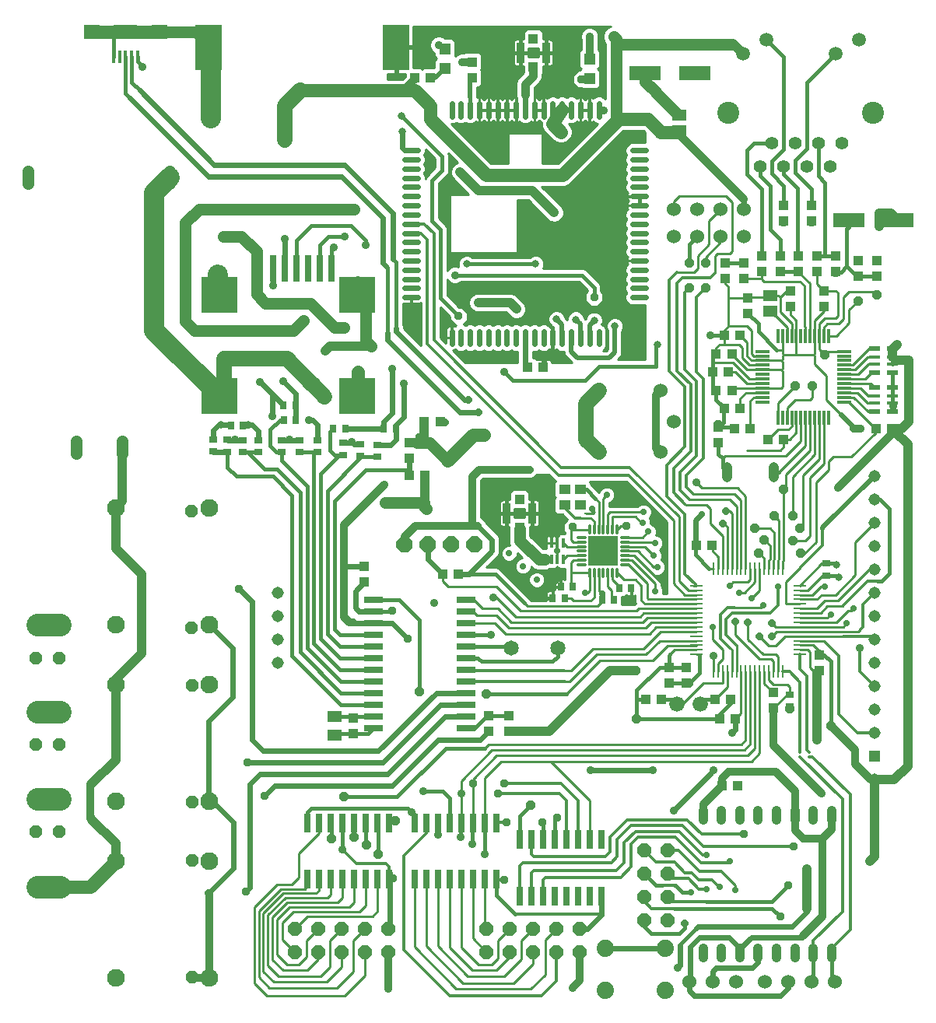
<source format=gtl>
G75*
G70*
%OFA0B0*%
%FSLAX24Y24*%
%IPPOS*%
%LPD*%
%AMOC8*
5,1,8,0,0,1.08239X$1,22.5*
%
%ADD10R,0.0394X0.0433*%
%ADD11R,0.0433X0.0394*%
%ADD12R,0.0354X0.0276*%
%ADD13R,0.0630X0.0512*%
%ADD14R,0.1378X0.0630*%
%ADD15C,0.0594*%
%ADD16C,0.0945*%
%ADD17C,0.0554*%
%ADD18C,0.0236*%
%ADD19R,0.0260X0.0800*%
%ADD20R,0.0800X0.0260*%
%ADD21R,0.0472X0.0472*%
%ADD22C,0.0440*%
%ADD23R,0.0276X0.0354*%
%ADD24R,0.0110X0.0580*%
%ADD25R,0.0580X0.0110*%
%ADD26R,0.0118X0.0591*%
%ADD27R,0.0591X0.0118*%
%ADD28C,0.0650*%
%ADD29C,0.0600*%
%ADD30OC8,0.0600*%
%ADD31R,0.0591X0.0512*%
%ADD32C,0.0740*%
%ADD33C,0.0660*%
%ADD34C,0.0397*%
%ADD35R,0.0169X0.0110*%
%ADD36R,0.0335X0.0866*%
%ADD37R,0.0394X0.0413*%
%ADD38R,0.0295X0.1181*%
%ADD39R,0.1181X0.1969*%
%ADD40C,0.0760*%
%ADD41OC8,0.0520*%
%ADD42C,0.0974*%
%ADD43C,0.0515*%
%ADD44R,0.0515X0.0515*%
%ADD45R,0.0453X0.0173*%
%ADD46R,0.0453X0.0248*%
%ADD47C,0.0118*%
%ADD48R,0.1280X0.1280*%
%ADD49R,0.0472X0.0394*%
%ADD50R,0.0138X0.0098*%
%ADD51R,0.0098X0.0138*%
%ADD52R,0.0138X0.0394*%
%ADD53R,0.0157X0.0551*%
%ADD54R,0.0709X0.0591*%
%ADD55R,0.0984X0.0591*%
%ADD56C,0.0515*%
%ADD57R,0.1575X0.1575*%
%ADD58OC8,0.0700*%
%ADD59C,0.0100*%
%ADD60OC8,0.0396*%
%ADD61C,0.0160*%
%ADD62C,0.0320*%
%ADD63C,0.0357*%
%ADD64C,0.0400*%
%ADD65C,0.0500*%
%ADD66C,0.0396*%
%ADD67C,0.0240*%
%ADD68C,0.0120*%
%ADD69OC8,0.0317*%
%ADD70OC8,0.0278*%
%ADD71OC8,0.0357*%
%ADD72C,0.0560*%
%ADD73C,0.0278*%
%ADD74C,0.0317*%
%ADD75C,0.0860*%
%ADD76C,0.0660*%
%ADD77C,0.0197*%
%ADD78C,0.0228*%
%ADD79C,0.0217*%
%ADD80C,0.0154*%
%ADD81C,0.0366*%
%ADD82C,0.0039*%
D10*
X017341Y012782D03*
X017341Y013452D03*
X017833Y019278D03*
X017833Y019948D03*
X021190Y019613D03*
X021859Y019613D03*
X019753Y024593D03*
X019753Y025263D03*
X023148Y013550D03*
X023148Y012881D03*
X024034Y012881D03*
X024034Y013550D03*
X030875Y014948D03*
X030875Y015617D03*
X031613Y015617D03*
X031613Y014948D03*
X035353Y014534D03*
X035353Y013865D03*
X037322Y015489D03*
X037322Y016158D03*
X032991Y025233D03*
X032991Y025902D03*
X033690Y025863D03*
X034359Y025863D03*
X034270Y030794D03*
X034270Y031463D03*
X034861Y032566D03*
X034861Y033235D03*
X035648Y033235D03*
X035648Y032566D03*
X036091Y031759D03*
X036091Y031089D03*
X037519Y031089D03*
X037519Y031759D03*
X037223Y032566D03*
X037223Y033235D03*
X033286Y032940D03*
X033286Y032270D03*
X039743Y025863D03*
X040412Y025863D03*
X020648Y040883D03*
X019979Y040883D03*
D11*
X022440Y040893D03*
X022440Y041562D03*
X033247Y029849D03*
X033572Y029062D03*
X033916Y029849D03*
X032902Y029062D03*
X032755Y028274D03*
X033424Y028274D03*
X033572Y027487D03*
X032902Y027487D03*
X033247Y026700D03*
X033916Y026700D03*
X035117Y025371D03*
X035786Y025371D03*
X032735Y020843D03*
X032066Y020843D03*
X032853Y014249D03*
X033522Y014249D03*
X033719Y013412D03*
X033050Y013412D03*
X030570Y014249D03*
X029900Y014249D03*
X033148Y010558D03*
X033818Y010558D03*
X020432Y023845D03*
X019763Y023845D03*
X020402Y026158D03*
X021072Y026158D03*
X024831Y028471D03*
X025501Y028471D03*
X034074Y032270D03*
X034074Y032940D03*
X035796Y034731D03*
X035796Y035400D03*
X036977Y035400D03*
X036977Y034731D03*
X036436Y033235D03*
X036436Y032566D03*
X038011Y032566D03*
X038011Y033235D03*
X038995Y033038D03*
X038995Y032369D03*
X039782Y032369D03*
X039782Y033038D03*
D12*
X037617Y020066D03*
X037617Y019554D03*
X036042Y014456D03*
X036042Y013944D03*
X018385Y024643D03*
X018385Y025154D03*
X017666Y025194D03*
X017666Y024682D03*
X016918Y024721D03*
X016918Y025233D03*
X015816Y025351D03*
X015816Y024839D03*
X015048Y024839D03*
X015048Y025351D03*
X014280Y025351D03*
X014280Y024839D03*
X013286Y024849D03*
X012627Y024849D03*
X012627Y025361D03*
X013286Y025361D03*
X011967Y025371D03*
X011347Y025386D03*
X011347Y024874D03*
X011967Y024859D03*
D13*
X016554Y013511D03*
X016554Y012723D03*
D14*
X038572Y034770D03*
X040698Y034770D03*
X031987Y041070D03*
X029861Y041070D03*
D15*
X034044Y041908D03*
X035044Y042507D03*
X038024Y041908D03*
X039024Y042507D03*
D16*
X039635Y039377D03*
X033434Y039377D03*
D17*
X035284Y038078D03*
X036284Y038078D03*
X037284Y038078D03*
X038284Y038078D03*
X037784Y037078D03*
X036784Y037078D03*
X035784Y037078D03*
X034784Y037078D03*
D18*
X029880Y036985D02*
X029330Y036985D01*
X029330Y036591D02*
X029880Y036591D01*
X029880Y036198D02*
X029330Y036198D01*
X029330Y035804D02*
X029880Y035804D01*
X029880Y035410D02*
X029330Y035410D01*
X029330Y035017D02*
X029880Y035017D01*
X029880Y034623D02*
X029330Y034623D01*
X029330Y034229D02*
X029880Y034229D01*
X029880Y033835D02*
X029330Y033835D01*
X029330Y033442D02*
X029880Y033442D01*
X029880Y033048D02*
X029330Y033048D01*
X029330Y032654D02*
X029880Y032654D01*
X029880Y032261D02*
X029330Y032261D01*
X029330Y031867D02*
X029880Y031867D01*
X029880Y031473D02*
X029330Y031473D01*
X027873Y030016D02*
X027873Y029466D01*
X027479Y029466D02*
X027479Y030016D01*
X027085Y030016D02*
X027085Y029466D01*
X026692Y029466D02*
X026692Y030016D01*
X026298Y030016D02*
X026298Y029466D01*
X025904Y029466D02*
X025904Y030016D01*
X025511Y030016D02*
X025511Y029466D01*
X025117Y029466D02*
X025117Y030016D01*
X024723Y030016D02*
X024723Y029466D01*
X024330Y029466D02*
X024330Y030016D01*
X023936Y030016D02*
X023936Y029466D01*
X023542Y029466D02*
X023542Y030016D01*
X023148Y030016D02*
X023148Y029466D01*
X022755Y029466D02*
X022755Y030016D01*
X022361Y030016D02*
X022361Y029466D01*
X021967Y029466D02*
X021967Y030016D01*
X021574Y030016D02*
X021574Y029466D01*
X020116Y031473D02*
X019566Y031473D01*
X019566Y031867D02*
X020116Y031867D01*
X020116Y032261D02*
X019566Y032261D01*
X019566Y032654D02*
X020116Y032654D01*
X020116Y033048D02*
X019566Y033048D01*
X019566Y033442D02*
X020116Y033442D01*
X020116Y033835D02*
X019566Y033835D01*
X019566Y034229D02*
X020116Y034229D01*
X020116Y034623D02*
X019566Y034623D01*
X019566Y035017D02*
X020116Y035017D01*
X020116Y035410D02*
X019566Y035410D01*
X019566Y035804D02*
X020116Y035804D01*
X020116Y036198D02*
X019566Y036198D01*
X019566Y036591D02*
X020116Y036591D01*
X020116Y036985D02*
X019566Y036985D01*
X019566Y037379D02*
X020116Y037379D01*
X020116Y037772D02*
X019566Y037772D01*
X021574Y039230D02*
X021574Y039780D01*
X021967Y039780D02*
X021967Y039230D01*
X022361Y039230D02*
X022361Y039780D01*
X022755Y039780D02*
X022755Y039230D01*
X023148Y039230D02*
X023148Y039780D01*
X023542Y039780D02*
X023542Y039230D01*
X023936Y039230D02*
X023936Y039780D01*
X024330Y039780D02*
X024330Y039230D01*
X024723Y039230D02*
X024723Y039780D01*
X025117Y039780D02*
X025117Y039230D01*
X025511Y039230D02*
X025511Y039780D01*
X025904Y039780D02*
X025904Y039230D01*
X026298Y039230D02*
X026298Y039780D01*
X026692Y039780D02*
X026692Y039230D01*
X027085Y039230D02*
X027085Y039780D01*
X027479Y039780D02*
X027479Y039230D01*
X027873Y039230D02*
X027873Y039780D01*
X029330Y037772D02*
X029880Y037772D01*
X029880Y037379D02*
X029330Y037379D01*
D19*
X023471Y008963D03*
X022971Y008963D03*
X022471Y008963D03*
X021971Y008963D03*
X021471Y008963D03*
X020971Y008963D03*
X020471Y008963D03*
X019971Y008963D03*
X018894Y008963D03*
X018394Y008963D03*
X017894Y008963D03*
X017394Y008963D03*
X016894Y008963D03*
X016394Y008963D03*
X015894Y008963D03*
X015394Y008963D03*
X015394Y006543D03*
X015894Y006543D03*
X016394Y006543D03*
X016894Y006543D03*
X017394Y006543D03*
X017894Y006543D03*
X018394Y006543D03*
X018894Y006543D03*
X019971Y006543D03*
X020471Y006543D03*
X020971Y006543D03*
X021471Y006543D03*
X021971Y006543D03*
X022471Y006543D03*
X022971Y006543D03*
X023471Y006543D03*
X024485Y005830D03*
X024985Y005830D03*
X025485Y005830D03*
X025985Y005830D03*
X026485Y005830D03*
X026985Y005830D03*
X027485Y005830D03*
X027985Y005830D03*
X027985Y008250D03*
X027485Y008250D03*
X026985Y008250D03*
X026485Y008250D03*
X025985Y008250D03*
X025485Y008250D03*
X024985Y008250D03*
X024485Y008250D03*
D20*
X022176Y013024D03*
X022176Y013524D03*
X022176Y014024D03*
X022176Y014524D03*
X022176Y015024D03*
X022176Y015524D03*
X022176Y016024D03*
X022176Y016524D03*
X022176Y017024D03*
X022176Y017524D03*
X022176Y018024D03*
X022176Y018524D03*
X018216Y018524D03*
X018216Y018024D03*
X018216Y017524D03*
X018216Y017024D03*
X018216Y016524D03*
X018216Y016024D03*
X018216Y015524D03*
X018216Y015024D03*
X018216Y014524D03*
X018216Y014024D03*
X018216Y013524D03*
X018216Y013024D03*
D21*
X027479Y040853D03*
X027479Y041680D03*
X021278Y041296D03*
X021278Y042123D03*
D22*
X033369Y024213D02*
X033369Y023773D01*
X035369Y023773D02*
X035369Y024213D01*
D23*
X029261Y019022D03*
X028749Y019022D03*
X028522Y018530D03*
X028011Y018530D03*
X026751Y019072D03*
X026406Y018580D03*
X025894Y018580D03*
X026239Y019072D03*
X019172Y025863D03*
X018660Y025863D03*
X017007Y025863D03*
X016495Y025863D03*
X014900Y026227D03*
X014389Y026227D03*
X014369Y026857D03*
X014881Y026857D03*
X012617Y025976D03*
X012105Y025976D03*
D24*
X032790Y019854D03*
X032990Y019854D03*
X033190Y019854D03*
X033380Y019854D03*
X033580Y019854D03*
X033780Y019854D03*
X033970Y019854D03*
X034170Y019854D03*
X034370Y019854D03*
X034570Y019854D03*
X034760Y019854D03*
X034960Y019854D03*
X035160Y019854D03*
X035350Y019854D03*
X035550Y019854D03*
X035750Y019854D03*
X035750Y015434D03*
X035550Y015434D03*
X035350Y015434D03*
X035160Y015434D03*
X034960Y015434D03*
X034760Y015434D03*
X034570Y015434D03*
X034370Y015434D03*
X034170Y015434D03*
X033970Y015434D03*
X033780Y015434D03*
X033580Y015434D03*
X033380Y015434D03*
X033190Y015434D03*
X032990Y015434D03*
X032790Y015434D03*
D25*
X032060Y016164D03*
X032060Y016364D03*
X032060Y016564D03*
X032060Y016754D03*
X032060Y016954D03*
X032060Y017154D03*
X032060Y017344D03*
X032060Y017544D03*
X032060Y017744D03*
X032060Y017944D03*
X032060Y018134D03*
X032060Y018334D03*
X032060Y018534D03*
X032060Y018724D03*
X032060Y018924D03*
X032060Y019124D03*
X036480Y019124D03*
X036480Y018924D03*
X036480Y018724D03*
X036480Y018534D03*
X036480Y018334D03*
X036480Y018134D03*
X036480Y017944D03*
X036480Y017744D03*
X036480Y017544D03*
X036480Y017344D03*
X036480Y017154D03*
X036480Y016954D03*
X036480Y016754D03*
X036480Y016564D03*
X036480Y016364D03*
X036480Y016164D03*
D26*
X036534Y026326D03*
X036337Y026326D03*
X036141Y026326D03*
X035944Y026326D03*
X035747Y026326D03*
X035550Y026326D03*
X036731Y026326D03*
X036928Y026326D03*
X037125Y026326D03*
X037322Y026326D03*
X037519Y026326D03*
X037715Y026326D03*
X037715Y029830D03*
X037519Y029830D03*
X037322Y029830D03*
X037125Y029830D03*
X036928Y029830D03*
X036731Y029830D03*
X036534Y029830D03*
X036337Y029830D03*
X036141Y029830D03*
X035944Y029830D03*
X035747Y029830D03*
X035550Y029830D03*
D27*
X034881Y029160D03*
X034881Y028963D03*
X034881Y028767D03*
X034881Y028570D03*
X034881Y028373D03*
X034881Y028176D03*
X034881Y027979D03*
X034881Y027782D03*
X034881Y027585D03*
X034881Y027389D03*
X034881Y027192D03*
X034881Y026995D03*
X038385Y026995D03*
X038385Y027192D03*
X038385Y027389D03*
X038385Y027585D03*
X038385Y027782D03*
X038385Y027979D03*
X038385Y028176D03*
X038385Y028373D03*
X038385Y028570D03*
X038385Y028767D03*
X038385Y028963D03*
X038385Y029160D03*
D28*
X026117Y016463D03*
X024117Y016463D03*
D29*
X027883Y024839D03*
X027331Y026158D03*
X027883Y027477D03*
X030520Y027477D03*
X031072Y026158D03*
X030520Y024839D03*
X031097Y034081D03*
X032097Y034081D03*
X032097Y035263D03*
X031097Y035263D03*
X033097Y035263D03*
X034097Y035263D03*
X034097Y034081D03*
X033097Y034081D03*
X032745Y002143D03*
X033745Y002143D03*
X034985Y002143D03*
X035985Y002143D03*
X036985Y002143D03*
X037985Y002143D03*
X031745Y002143D03*
D30*
X030824Y004776D03*
X030824Y005776D03*
X030824Y006776D03*
X029824Y006776D03*
X029824Y005776D03*
X029824Y004776D03*
X027068Y004424D03*
X027068Y003424D03*
X026068Y003424D03*
X026068Y004424D03*
X025068Y004424D03*
X025068Y003424D03*
X024068Y003424D03*
X024068Y004424D03*
X023068Y004424D03*
X023068Y003424D03*
X018849Y003424D03*
X018849Y004424D03*
X017849Y004424D03*
X016849Y004424D03*
X016849Y003424D03*
X017849Y003424D03*
X015849Y003424D03*
X014849Y003424D03*
X014849Y004424D03*
X015849Y004424D03*
X029824Y007776D03*
X030824Y007776D03*
D31*
X035206Y030893D03*
X035206Y031562D03*
X031318Y038619D03*
X031318Y039288D03*
D32*
X030728Y003574D03*
X030728Y001794D03*
X028168Y001794D03*
X028168Y003574D03*
D33*
X031211Y014052D03*
X032211Y014052D03*
D34*
X032341Y009478D02*
X032341Y009081D01*
X033129Y009081D02*
X033129Y009478D01*
X033916Y009478D02*
X033916Y009081D01*
X034704Y009081D02*
X034704Y009478D01*
X035491Y009478D02*
X035491Y009081D01*
X036278Y009081D02*
X036278Y009478D01*
X037066Y009478D02*
X037066Y009081D01*
X037853Y009081D02*
X037853Y009478D01*
X037853Y003570D02*
X037853Y003173D01*
X037066Y003173D02*
X037066Y003570D01*
X036278Y003570D02*
X036278Y003173D01*
X035491Y003173D02*
X035491Y003570D01*
X034704Y003570D02*
X034704Y003173D01*
X033916Y003173D02*
X033916Y003570D01*
X033129Y003570D02*
X033129Y003173D01*
X032341Y003173D02*
X032341Y003570D01*
D35*
X036485Y011786D03*
X036485Y011987D03*
X036879Y011987D03*
X036879Y011786D03*
D36*
X025019Y022221D03*
X023936Y022221D03*
X024526Y041956D03*
X025609Y041956D03*
D37*
X025068Y042556D03*
X025068Y041355D03*
X024477Y022822D03*
X024477Y021621D03*
D38*
X016424Y032721D03*
X015924Y032721D03*
X015424Y032721D03*
X014924Y032721D03*
X014424Y032721D03*
X013924Y032721D03*
D39*
X011144Y042182D03*
X019196Y042182D03*
D40*
X011172Y022457D03*
X007172Y022457D03*
X007172Y017457D03*
X007172Y014879D03*
X011172Y014879D03*
X011172Y017457D03*
X011172Y009879D03*
X011172Y007300D03*
X007172Y007300D03*
X007172Y009879D03*
X007172Y002300D03*
X011172Y002300D03*
D41*
X010452Y002349D03*
X010452Y007349D03*
X010456Y009844D03*
X010456Y014844D03*
X010417Y017320D03*
X010417Y022320D03*
X004751Y016020D03*
X003751Y016020D03*
X003761Y012300D03*
X004761Y012300D03*
X004751Y008589D03*
X003751Y008589D03*
D42*
X003813Y006227D02*
X004787Y006227D01*
X004787Y009967D02*
X003813Y009967D01*
X003813Y013707D02*
X004787Y013707D01*
X004787Y017448D02*
X003813Y017448D01*
D43*
X014107Y017812D03*
X014107Y018812D03*
X014107Y016812D03*
X014107Y015812D03*
X039680Y015812D03*
X039680Y014812D03*
X039680Y013812D03*
X039680Y012812D03*
X039680Y010812D03*
X039680Y016812D03*
X039680Y017812D03*
X039680Y018812D03*
X039680Y019812D03*
X039680Y020812D03*
X039680Y021812D03*
X039680Y022812D03*
X039680Y023812D03*
D44*
X039680Y011812D03*
D45*
X039694Y026936D03*
X039694Y027251D03*
X040461Y027251D03*
X040461Y026936D03*
X040461Y028609D03*
X040461Y028924D03*
X039694Y028924D03*
X039694Y028609D03*
D46*
X039694Y028257D03*
X040461Y028257D03*
X040461Y027603D03*
X039694Y027603D03*
X039694Y026583D03*
X040461Y026583D03*
X040461Y029276D03*
X039694Y029276D03*
D47*
X029142Y021188D02*
X028848Y021188D01*
X028848Y020991D02*
X029142Y020991D01*
X029142Y020794D02*
X028848Y020794D01*
X028848Y020597D02*
X029142Y020597D01*
X029142Y020400D02*
X028848Y020400D01*
X028848Y020204D02*
X029142Y020204D01*
X029142Y020007D02*
X028848Y020007D01*
X028660Y019819D02*
X028660Y019525D01*
X028463Y019525D02*
X028463Y019819D01*
X028267Y019819D02*
X028267Y019525D01*
X028070Y019525D02*
X028070Y019819D01*
X027873Y019819D02*
X027873Y019525D01*
X027676Y019525D02*
X027676Y019819D01*
X027479Y019819D02*
X027479Y019525D01*
X027291Y020007D02*
X026997Y020007D01*
X026997Y020204D02*
X027291Y020204D01*
X027291Y020400D02*
X026997Y020400D01*
X026997Y020597D02*
X027291Y020597D01*
X027291Y020794D02*
X026997Y020794D01*
X026997Y020991D02*
X027291Y020991D01*
X027291Y021188D02*
X026997Y021188D01*
X027479Y021375D02*
X027479Y021669D01*
X027676Y021669D02*
X027676Y021375D01*
X027873Y021375D02*
X027873Y021669D01*
X028070Y021669D02*
X028070Y021375D01*
X028267Y021375D02*
X028267Y021669D01*
X028463Y021669D02*
X028463Y021375D01*
X028660Y021375D02*
X028660Y021669D01*
D48*
X028070Y020597D03*
D49*
X027076Y022576D03*
X026406Y022576D03*
X026406Y023245D03*
X027076Y023245D03*
D50*
X027331Y022221D03*
X027331Y022024D03*
D51*
X027676Y022270D03*
X027873Y022270D03*
D52*
X026357Y020952D03*
X026101Y020952D03*
X025845Y020952D03*
X025845Y020243D03*
X026101Y020243D03*
X026357Y020243D03*
D53*
X008109Y041778D03*
X007853Y041778D03*
X007597Y041778D03*
X007341Y041778D03*
X007085Y041778D03*
D54*
X006141Y042841D03*
X009054Y042841D03*
D55*
X007597Y042841D03*
D56*
X009497Y036878D02*
X009497Y036363D01*
X003434Y036363D02*
X003434Y036878D01*
X005481Y025304D02*
X005481Y024789D01*
X007450Y024789D02*
X007450Y025304D01*
D57*
X011613Y027241D03*
X011613Y031572D03*
X017519Y031572D03*
X017519Y027241D03*
D58*
X019542Y020895D03*
X020542Y020895D03*
X021542Y020895D03*
X022542Y020895D03*
D59*
X023255Y021597D02*
X024017Y021597D01*
X024017Y021624D02*
X024017Y021124D01*
X024015Y021118D01*
X024017Y021033D01*
X024017Y020949D01*
X024020Y020942D01*
X024020Y020935D01*
X024055Y020858D01*
X024059Y020848D01*
X023965Y020848D01*
X023837Y020795D01*
X023738Y020697D01*
X023685Y020568D01*
X023685Y020429D01*
X023738Y020301D01*
X023837Y020203D01*
X023965Y020150D01*
X024104Y020150D01*
X024232Y020203D01*
X024330Y020301D01*
X024383Y020429D01*
X024383Y020497D01*
X024585Y020307D01*
X024555Y020307D01*
X024427Y020253D01*
X024329Y020155D01*
X024276Y020027D01*
X024276Y019888D01*
X024329Y019760D01*
X024427Y019662D01*
X024555Y019608D01*
X024694Y019608D01*
X024823Y019662D01*
X024921Y019760D01*
X024974Y019888D01*
X024974Y019941D01*
X024993Y019923D01*
X025053Y019863D01*
X025060Y019860D01*
X025065Y019855D01*
X025144Y019825D01*
X025222Y019793D01*
X025230Y019793D01*
X025236Y019790D01*
X025321Y019793D01*
X025651Y019793D01*
X025756Y019836D01*
X026001Y019836D01*
X026061Y019896D01*
X026101Y019896D01*
X026101Y019936D01*
X026101Y019936D01*
X026101Y019936D01*
X026101Y019896D01*
X026141Y019896D01*
X026201Y019836D01*
X026432Y019836D01*
X026432Y019389D01*
X026397Y019399D01*
X026258Y019399D01*
X026258Y019091D01*
X026220Y019091D01*
X026220Y019399D01*
X026081Y019399D01*
X026043Y019389D01*
X026009Y019369D01*
X025981Y019341D01*
X025961Y019307D01*
X025951Y019269D01*
X025951Y019091D01*
X026220Y019091D01*
X026220Y019053D01*
X025951Y019053D01*
X025951Y018907D01*
X025913Y018907D01*
X025913Y018598D01*
X025876Y018598D01*
X025876Y018561D01*
X025607Y018561D01*
X025607Y018495D01*
X024941Y018495D01*
X024920Y018547D01*
X023690Y019777D01*
X023608Y019859D01*
X023501Y019903D01*
X023068Y019903D01*
X023576Y020410D01*
X023626Y020532D01*
X023626Y021155D01*
X023576Y021276D01*
X023483Y021369D01*
X023044Y021808D01*
X023004Y021904D01*
X022900Y022008D01*
X022829Y022038D01*
X022829Y023643D01*
X022908Y023721D01*
X024994Y023721D01*
X025130Y023778D01*
X025234Y023882D01*
X025239Y023894D01*
X025719Y023894D01*
X025997Y023616D01*
X026033Y023602D01*
X025960Y023529D01*
X025960Y022961D01*
X026011Y022910D01*
X025960Y022859D01*
X025960Y022292D01*
X026083Y022169D01*
X026313Y022169D01*
X026521Y021961D01*
X026353Y021792D01*
X026353Y021470D01*
X026432Y021391D01*
X026432Y021358D01*
X026201Y021358D01*
X026141Y021298D01*
X026101Y021298D01*
X026013Y021298D01*
X025974Y021288D01*
X025973Y021288D01*
X025972Y021288D01*
X025934Y021298D01*
X025845Y021298D01*
X025757Y021298D01*
X025718Y021288D01*
X025684Y021268D01*
X025656Y021241D01*
X025637Y021206D01*
X025626Y021168D01*
X025626Y020952D01*
X025845Y020952D01*
X025845Y021298D01*
X025845Y020952D01*
X025845Y020952D01*
X025845Y020952D01*
X025626Y020952D01*
X025626Y020735D01*
X025632Y020713D01*
X025496Y020713D01*
X024937Y021239D01*
X024937Y021624D01*
X024931Y021638D01*
X024985Y021638D01*
X024985Y022188D01*
X023969Y022188D01*
X023969Y021638D01*
X024023Y021638D01*
X024017Y021624D01*
X023969Y021696D02*
X023902Y021696D01*
X023902Y021638D02*
X023902Y022188D01*
X022829Y022188D01*
X022829Y022090D02*
X023619Y022090D01*
X023619Y022188D02*
X023619Y021768D01*
X023629Y021730D01*
X023648Y021696D01*
X023676Y021668D01*
X023711Y021648D01*
X023749Y021638D01*
X023902Y021638D01*
X023902Y021794D02*
X023969Y021794D01*
X023969Y021893D02*
X023902Y021893D01*
X023902Y021991D02*
X023969Y021991D01*
X023969Y022090D02*
X023902Y022090D01*
X023902Y022188D02*
X023969Y022188D01*
X023969Y022255D01*
X023902Y022255D01*
X023902Y022188D01*
X023619Y022188D01*
X023619Y022255D02*
X023902Y022255D01*
X023902Y022804D01*
X023749Y022804D01*
X023711Y022794D01*
X023676Y022774D01*
X023648Y022746D01*
X023629Y022712D01*
X023619Y022674D01*
X023619Y022255D01*
X023619Y022287D02*
X022829Y022287D01*
X022829Y022385D02*
X023619Y022385D01*
X023619Y022484D02*
X022829Y022484D01*
X022829Y022582D02*
X023619Y022582D01*
X023620Y022681D02*
X022829Y022681D01*
X022829Y022779D02*
X023684Y022779D01*
X023902Y022779D02*
X023969Y022779D01*
X023969Y022804D02*
X023969Y022255D01*
X024253Y022255D01*
X024253Y022405D01*
X024701Y022405D01*
X024701Y022255D01*
X024985Y022255D01*
X024985Y022804D01*
X024884Y022804D01*
X024884Y023115D01*
X024761Y023238D01*
X024193Y023238D01*
X024070Y023115D01*
X024070Y022804D01*
X023969Y022804D01*
X023969Y022681D02*
X023902Y022681D01*
X023902Y022582D02*
X023969Y022582D01*
X023969Y022484D02*
X023902Y022484D01*
X023902Y022385D02*
X023969Y022385D01*
X023969Y022287D02*
X023902Y022287D01*
X023969Y022188D02*
X024253Y022188D01*
X024253Y022038D01*
X024701Y022038D01*
X024701Y022188D01*
X024985Y022188D01*
X024985Y022255D01*
X025052Y022255D01*
X025052Y022804D01*
X025206Y022804D01*
X025244Y022794D01*
X025278Y022774D01*
X025306Y022746D01*
X025326Y022712D01*
X025336Y022674D01*
X025336Y022255D01*
X025052Y022255D01*
X025052Y022188D01*
X026064Y022188D01*
X025965Y022287D02*
X025336Y022287D01*
X025336Y022385D02*
X025960Y022385D01*
X025960Y022484D02*
X025336Y022484D01*
X025336Y022582D02*
X025960Y022582D01*
X025960Y022681D02*
X025334Y022681D01*
X025270Y022779D02*
X025960Y022779D01*
X025978Y022878D02*
X024884Y022878D01*
X024884Y022976D02*
X025960Y022976D01*
X025960Y023075D02*
X024884Y023075D01*
X024826Y023173D02*
X025960Y023173D01*
X025960Y023272D02*
X022829Y023272D01*
X022829Y023370D02*
X025960Y023370D01*
X025960Y023469D02*
X022829Y023469D01*
X022829Y023567D02*
X025998Y023567D01*
X025948Y023666D02*
X022852Y023666D01*
X022829Y023173D02*
X024128Y023173D01*
X024070Y023075D02*
X022829Y023075D01*
X022829Y022976D02*
X024070Y022976D01*
X024070Y022878D02*
X022829Y022878D01*
X022918Y021991D02*
X023619Y021991D01*
X023619Y021893D02*
X023009Y021893D01*
X023058Y021794D02*
X023619Y021794D01*
X023649Y021696D02*
X023157Y021696D01*
X023354Y021499D02*
X024017Y021499D01*
X024017Y021400D02*
X023452Y021400D01*
X023551Y021302D02*
X024017Y021302D01*
X024017Y021203D02*
X023606Y021203D01*
X023626Y021105D02*
X024015Y021105D01*
X024017Y021006D02*
X023626Y021006D01*
X023626Y020908D02*
X024032Y020908D01*
X023871Y020809D02*
X023626Y020809D01*
X023626Y020711D02*
X023752Y020711D01*
X023703Y020612D02*
X023626Y020612D01*
X023619Y020514D02*
X023685Y020514D01*
X023691Y020415D02*
X023578Y020415D01*
X023482Y020317D02*
X023732Y020317D01*
X023821Y020218D02*
X023384Y020218D01*
X023285Y020120D02*
X024314Y020120D01*
X024276Y020021D02*
X023187Y020021D01*
X023088Y019923D02*
X024276Y019923D01*
X024302Y019824D02*
X023643Y019824D01*
X023741Y019726D02*
X024363Y019726D01*
X024510Y019627D02*
X023840Y019627D01*
X023938Y019529D02*
X024904Y019529D01*
X024919Y019565D02*
X024866Y019436D01*
X024866Y019297D01*
X024919Y019169D01*
X025018Y019071D01*
X025146Y019018D01*
X025285Y019018D01*
X025413Y019071D01*
X025511Y019169D01*
X025564Y019297D01*
X025564Y019436D01*
X025511Y019565D01*
X025413Y019663D01*
X025285Y019716D01*
X025146Y019716D01*
X025018Y019663D01*
X024919Y019565D01*
X024982Y019627D02*
X024739Y019627D01*
X024886Y019726D02*
X026432Y019726D01*
X026432Y019824D02*
X025727Y019824D01*
X025449Y019627D02*
X026432Y019627D01*
X026432Y019529D02*
X025526Y019529D01*
X025564Y019430D02*
X026432Y019430D01*
X026258Y019332D02*
X026220Y019332D01*
X026220Y019233D02*
X026258Y019233D01*
X026258Y019135D02*
X026220Y019135D01*
X025951Y019135D02*
X025477Y019135D01*
X025538Y019233D02*
X025951Y019233D01*
X025976Y019332D02*
X025564Y019332D01*
X025329Y019036D02*
X025951Y019036D01*
X025951Y018938D02*
X024529Y018938D01*
X024431Y019036D02*
X025102Y019036D01*
X024954Y019135D02*
X024332Y019135D01*
X024234Y019233D02*
X024893Y019233D01*
X024866Y019332D02*
X024135Y019332D01*
X024037Y019430D02*
X024866Y019430D01*
X024947Y019824D02*
X025147Y019824D01*
X024993Y019923D02*
X024974Y019923D01*
X024575Y020317D02*
X024337Y020317D01*
X024377Y020415D02*
X024470Y020415D01*
X024392Y020218D02*
X024247Y020218D01*
X025080Y021105D02*
X025626Y021105D01*
X025636Y021203D02*
X024975Y021203D01*
X024937Y021302D02*
X026144Y021302D01*
X026101Y021298D02*
X026101Y021258D01*
X026101Y021298D01*
X026101Y021258D02*
X026101Y021258D01*
X025845Y021203D02*
X025845Y021203D01*
X025845Y021105D02*
X025845Y021105D01*
X025845Y021006D02*
X025845Y021006D01*
X025845Y020952D02*
X026064Y020952D01*
X026078Y020952D01*
X026078Y020952D01*
X025845Y020952D01*
X025845Y020952D01*
X025626Y020908D02*
X025289Y020908D01*
X025185Y021006D02*
X025626Y021006D01*
X025626Y020809D02*
X025394Y020809D01*
X025560Y020253D02*
X025835Y020253D01*
X025845Y020243D01*
X026101Y020243D02*
X026101Y020952D01*
X026357Y020952D02*
X026515Y020794D01*
X027144Y020794D01*
X027144Y020991D02*
X026790Y020991D01*
X026692Y021089D01*
X026692Y021532D01*
X026702Y021522D01*
X026741Y021522D01*
X026741Y021631D01*
X026741Y021522D02*
X027479Y021522D01*
X027676Y021522D02*
X027676Y021877D01*
X027528Y022024D01*
X027331Y022024D01*
X027085Y022024D01*
X027331Y022221D02*
X027578Y022221D01*
X027578Y022418D01*
X027676Y022270D02*
X027627Y022221D01*
X027331Y022221D01*
X027873Y022270D02*
X027873Y022713D01*
X027725Y022861D01*
X027883Y023113D02*
X027587Y023409D01*
X027522Y023475D01*
X027522Y023529D01*
X027475Y023575D01*
X029055Y023575D01*
X030776Y021854D01*
X030776Y018794D01*
X030629Y018794D01*
X030633Y018805D01*
X030633Y018944D01*
X030580Y019073D01*
X030544Y019108D01*
X030544Y019271D01*
X030505Y019367D01*
X030311Y019560D01*
X030313Y019559D01*
X030452Y019559D01*
X030580Y019612D01*
X030679Y019711D01*
X030732Y019839D01*
X030732Y019978D01*
X030679Y020106D01*
X030580Y020204D01*
X030539Y020221D01*
X030584Y020331D01*
X030584Y020470D01*
X030531Y020598D01*
X030483Y020646D01*
X030580Y020744D01*
X030633Y020872D01*
X030633Y021011D01*
X030580Y021139D01*
X030482Y021238D01*
X030354Y021291D01*
X030308Y021291D01*
X030338Y021364D01*
X030338Y021503D01*
X030285Y021632D01*
X030187Y021730D01*
X030092Y021769D01*
X030092Y021897D01*
X030039Y022024D01*
X030088Y022073D01*
X030141Y022201D01*
X030141Y022340D01*
X030088Y022468D01*
X029990Y022566D01*
X029862Y022620D01*
X029723Y022620D01*
X029594Y022566D01*
X029558Y022530D01*
X028330Y022530D01*
X028330Y022677D01*
X028415Y022713D01*
X028513Y022811D01*
X028566Y022939D01*
X028566Y023078D01*
X028513Y023206D01*
X028415Y023305D01*
X028287Y023358D01*
X028148Y023358D01*
X028020Y023305D01*
X027921Y023206D01*
X027883Y023113D01*
X027908Y023173D02*
X027823Y023173D01*
X027725Y023272D02*
X027987Y023272D01*
X028217Y023009D02*
X028070Y022861D01*
X028070Y021522D01*
X028267Y021522D02*
X028267Y022172D01*
X028365Y022270D01*
X029792Y022270D01*
X030141Y022287D02*
X030343Y022287D01*
X030245Y022385D02*
X030122Y022385D01*
X030146Y022484D02*
X030073Y022484D01*
X030048Y022582D02*
X029952Y022582D01*
X029949Y022681D02*
X028337Y022681D01*
X028330Y022582D02*
X029632Y022582D01*
X029851Y022779D02*
X028481Y022779D01*
X028541Y022878D02*
X029752Y022878D01*
X029654Y022976D02*
X028566Y022976D01*
X028566Y023075D02*
X029555Y023075D01*
X029457Y023173D02*
X028527Y023173D01*
X028448Y023272D02*
X029358Y023272D01*
X029260Y023370D02*
X027626Y023370D01*
X027528Y023469D02*
X029161Y023469D01*
X029063Y023567D02*
X027483Y023567D01*
X027873Y022270D02*
X027873Y021522D01*
X028463Y021522D02*
X028463Y022074D01*
X029448Y022074D01*
X029694Y021828D01*
X029743Y021828D01*
X030053Y021991D02*
X030639Y021991D01*
X030737Y021893D02*
X030092Y021893D01*
X030092Y021794D02*
X030776Y021794D01*
X030776Y021696D02*
X030221Y021696D01*
X030299Y021597D02*
X030776Y021597D01*
X030776Y021499D02*
X030338Y021499D01*
X030338Y021400D02*
X030776Y021400D01*
X030776Y021302D02*
X030312Y021302D01*
X030517Y021203D02*
X030776Y021203D01*
X030776Y021105D02*
X030595Y021105D01*
X030633Y021006D02*
X030776Y021006D01*
X030776Y020908D02*
X030633Y020908D01*
X030607Y020809D02*
X030776Y020809D01*
X030776Y020711D02*
X030547Y020711D01*
X030517Y020612D02*
X030776Y020612D01*
X030776Y020514D02*
X030566Y020514D01*
X030584Y020415D02*
X030776Y020415D01*
X030776Y020317D02*
X030578Y020317D01*
X030547Y020218D02*
X030776Y020218D01*
X030776Y020120D02*
X030665Y020120D01*
X030714Y020021D02*
X030776Y020021D01*
X030776Y019923D02*
X030732Y019923D01*
X030726Y019824D02*
X030776Y019824D01*
X030776Y019726D02*
X030685Y019726D01*
X030595Y019627D02*
X030776Y019627D01*
X030776Y019529D02*
X030343Y019529D01*
X030441Y019430D02*
X030776Y019430D01*
X030776Y019332D02*
X030519Y019332D01*
X030544Y019233D02*
X030776Y019233D01*
X030776Y019135D02*
X030544Y019135D01*
X030595Y019036D02*
X030776Y019036D01*
X030727Y019072D02*
X030678Y019121D01*
X029398Y020400D01*
X028995Y020400D01*
X028995Y020204D02*
X029300Y020204D01*
X030284Y019219D01*
X030284Y018875D01*
X030633Y018839D02*
X030776Y018839D01*
X030776Y018938D02*
X030633Y018938D01*
X031072Y019219D02*
X031072Y021926D01*
X029152Y023845D01*
X029300Y024091D02*
X031318Y022074D01*
X031318Y019318D01*
X031711Y018924D01*
X032060Y018924D01*
X032060Y018924D01*
X032060Y018724D02*
X031566Y018724D01*
X031072Y019219D01*
X031908Y019121D02*
X031912Y019124D01*
X032060Y019124D01*
X032015Y019170D01*
X032007Y019170D01*
X032060Y018534D02*
X029985Y018534D01*
X029940Y018580D01*
X029940Y019219D01*
X029152Y020007D01*
X028995Y020007D01*
X028660Y019672D02*
X028965Y019367D01*
X029448Y019367D01*
X029694Y019121D01*
X029694Y018481D01*
X029840Y018334D01*
X032060Y018334D01*
X032060Y018134D02*
X029593Y018134D01*
X029497Y018038D01*
X024526Y018038D01*
X023493Y019072D01*
X021426Y019072D01*
X021190Y019308D01*
X021190Y019613D01*
X022182Y018530D02*
X022176Y018524D01*
X022515Y018524D01*
X022902Y018137D01*
X023542Y018137D01*
X024133Y017546D01*
X029743Y017546D01*
X029941Y017744D01*
X032060Y017744D01*
X032060Y017544D02*
X030135Y017544D01*
X029891Y017300D01*
X024034Y017300D01*
X023493Y017841D01*
X022656Y017841D01*
X022473Y018024D01*
X022176Y018024D01*
X022189Y018038D01*
X022268Y018432D02*
X022176Y018524D01*
X022219Y018481D01*
X022196Y017544D02*
X022176Y017524D01*
X023416Y017524D01*
X023887Y017054D01*
X030038Y017054D01*
X030329Y017344D01*
X032060Y017344D01*
X032060Y017154D02*
X032058Y017152D01*
X030530Y017152D01*
X029792Y016414D01*
X027627Y016414D01*
X026692Y015479D01*
X026396Y015479D01*
X026434Y015024D02*
X026631Y015024D01*
X027774Y016168D01*
X029891Y016168D01*
X030481Y016759D01*
X030678Y016759D01*
X030682Y016754D01*
X032060Y016754D01*
X032060Y016564D02*
X032058Y016562D01*
X030826Y016562D01*
X030186Y015922D01*
X027922Y015922D01*
X026495Y014495D01*
X024034Y012881D02*
X024034Y012871D01*
X023148Y012330D02*
X022971Y012152D01*
X023148Y012330D02*
X033975Y012330D01*
X034170Y012525D01*
X034170Y015434D01*
X033970Y015434D02*
X033970Y013663D01*
X033719Y013412D01*
X032853Y014249D02*
X033380Y014776D01*
X033380Y015434D01*
X033190Y015434D02*
X033190Y014938D01*
X032351Y014938D01*
X031465Y014052D01*
X031211Y014052D01*
X032790Y015434D02*
X032794Y015438D01*
X032794Y016119D01*
X032990Y015774D02*
X032990Y015434D01*
X032990Y015774D02*
X033188Y015971D01*
X033188Y016365D01*
X032745Y016808D01*
X032745Y017349D01*
X032060Y017944D02*
X029797Y017944D01*
X029644Y017792D01*
X024330Y017792D01*
X023493Y018629D01*
X023345Y018629D01*
X024628Y018839D02*
X025631Y018839D01*
X025637Y018849D02*
X025617Y018815D01*
X025607Y018776D01*
X025607Y018598D01*
X025876Y018598D01*
X025876Y018907D01*
X025737Y018907D01*
X025699Y018896D01*
X025665Y018877D01*
X025637Y018849D01*
X025607Y018741D02*
X024726Y018741D01*
X024825Y018642D02*
X025607Y018642D01*
X025607Y018544D02*
X024921Y018544D01*
X024674Y018383D02*
X024822Y018235D01*
X027824Y018235D01*
X028070Y018481D01*
X028020Y018776D01*
X027971Y018776D01*
X027873Y018875D01*
X027873Y019672D01*
X027676Y019672D02*
X027676Y018629D01*
X027528Y018481D01*
X026790Y018481D01*
X026692Y018580D01*
X026406Y018580D01*
X026554Y018580D01*
X026751Y019072D02*
X026692Y019170D01*
X026692Y019711D01*
X026731Y019672D01*
X027479Y019672D01*
X027479Y018924D01*
X027381Y018826D01*
X027282Y018826D01*
X028267Y019072D02*
X028267Y019672D01*
X028463Y019672D02*
X028463Y019367D01*
X028709Y019121D01*
X028749Y019022D01*
X028414Y018924D02*
X028414Y018639D01*
X028522Y018530D01*
X028870Y018544D02*
X029434Y018544D01*
X029434Y018642D02*
X028980Y018642D01*
X028974Y018635D02*
X029052Y018713D01*
X029065Y018705D01*
X029103Y018695D01*
X029242Y018695D01*
X029242Y019004D01*
X029280Y019004D01*
X029280Y018695D01*
X029418Y018695D01*
X029434Y018699D01*
X029434Y018429D01*
X029462Y018362D01*
X029446Y018355D01*
X029389Y018298D01*
X028870Y018298D01*
X028870Y018635D01*
X028974Y018635D01*
X028870Y018445D02*
X029434Y018445D01*
X029437Y018347D02*
X028870Y018347D01*
X029261Y018668D02*
X029300Y018629D01*
X029261Y018668D02*
X029261Y019022D01*
X029242Y018938D02*
X029280Y018938D01*
X029280Y018839D02*
X029242Y018839D01*
X029242Y018741D02*
X029280Y018741D01*
X028414Y018924D02*
X028267Y019072D01*
X027144Y020204D02*
X026790Y020204D01*
X026692Y020105D01*
X026692Y019711D01*
X026101Y019923D02*
X026101Y019923D01*
X026357Y020243D02*
X026515Y020400D01*
X027144Y020400D01*
X026422Y021400D02*
X024937Y021400D01*
X024937Y021499D02*
X026353Y021499D01*
X026353Y021597D02*
X024937Y021597D01*
X024985Y021696D02*
X025052Y021696D01*
X025052Y021638D02*
X025206Y021638D01*
X025244Y021648D01*
X025278Y021668D01*
X025306Y021696D01*
X025326Y021730D01*
X025336Y021768D01*
X025336Y022188D01*
X025052Y022188D01*
X025052Y021638D01*
X025052Y021794D02*
X024985Y021794D01*
X024985Y021893D02*
X025052Y021893D01*
X025052Y021991D02*
X024985Y021991D01*
X024985Y022090D02*
X025052Y022090D01*
X025052Y022188D02*
X024985Y022188D01*
X024985Y022287D02*
X025052Y022287D01*
X025052Y022385D02*
X024985Y022385D01*
X024985Y022484D02*
X025052Y022484D01*
X025052Y022582D02*
X024985Y022582D01*
X024985Y022681D02*
X025052Y022681D01*
X025052Y022779D02*
X024985Y022779D01*
X024701Y022385D02*
X024253Y022385D01*
X024253Y022287D02*
X024701Y022287D01*
X024701Y022090D02*
X024253Y022090D01*
X025336Y022090D02*
X026392Y022090D01*
X026491Y021991D02*
X025336Y021991D01*
X025336Y021893D02*
X026453Y021893D01*
X026355Y021794D02*
X025336Y021794D01*
X025305Y021696D02*
X026353Y021696D01*
X026150Y021680D02*
X026101Y021631D01*
X026101Y020645D02*
X026101Y020645D01*
X026101Y020605D01*
X026046Y020605D01*
X026061Y020590D01*
X026101Y020590D01*
X026101Y020550D01*
X026101Y020550D01*
X026101Y020550D01*
X026101Y020590D01*
X026141Y020590D01*
X026149Y020597D01*
X026141Y020605D01*
X026101Y020605D01*
X026101Y020645D01*
X026101Y020612D02*
X026101Y020612D01*
X025913Y018839D02*
X025876Y018839D01*
X025876Y018741D02*
X025913Y018741D01*
X025913Y018642D02*
X025876Y018642D01*
X028660Y021522D02*
X028818Y021680D01*
X029054Y021680D01*
X028995Y021188D02*
X029743Y021188D01*
X029989Y021434D01*
X030235Y020991D02*
X030284Y020942D01*
X030235Y020991D02*
X028995Y020991D01*
X028995Y020794D02*
X029841Y020794D01*
X030235Y020400D01*
X030235Y019908D02*
X029546Y020597D01*
X028995Y020597D01*
X030235Y019908D02*
X030383Y019908D01*
X030540Y022090D02*
X030095Y022090D01*
X030136Y022188D02*
X030442Y022188D01*
X031564Y022615D02*
X031613Y022566D01*
X032499Y022566D01*
X032646Y022418D01*
X032646Y021778D01*
X033190Y021234D01*
X033190Y019854D01*
X033380Y019854D02*
X033380Y021635D01*
X033237Y021778D01*
X033188Y021778D01*
X033335Y022320D02*
X033483Y022320D01*
X033580Y022222D01*
X033580Y019854D01*
X033780Y019854D02*
X033780Y022514D01*
X033483Y022812D01*
X031761Y022812D01*
X031711Y022861D01*
X031908Y023058D02*
X031859Y023107D01*
X031908Y023058D02*
X033680Y023058D01*
X033970Y022767D01*
X033970Y019854D01*
X034170Y019854D02*
X034170Y022961D01*
X033828Y023304D01*
X032302Y023304D01*
X032056Y023550D01*
X033172Y024568D02*
X033286Y024682D01*
X035894Y024682D01*
X036534Y025322D01*
X036534Y026326D01*
X036337Y026326D02*
X036337Y025666D01*
X036042Y025371D01*
X035796Y025371D01*
X035796Y025361D02*
X035786Y025371D01*
X035796Y025361D02*
X035796Y025076D01*
X035648Y024928D01*
X034221Y024928D01*
X034359Y025863D02*
X034369Y026365D01*
X034369Y027044D01*
X034517Y027192D01*
X034881Y027192D01*
X034881Y027389D02*
X034172Y027389D01*
X033916Y027133D01*
X033916Y026700D01*
X033572Y027487D02*
X033670Y027585D01*
X034881Y027585D01*
X035698Y027585D01*
X035747Y027635D01*
X035747Y028324D01*
X035698Y028373D01*
X035747Y028422D01*
X035747Y028717D01*
X035698Y028767D01*
X035747Y028816D01*
X035747Y028963D01*
X035796Y029013D01*
X036288Y029013D01*
X036337Y029062D01*
X036387Y029013D01*
X037076Y029013D01*
X037125Y028963D01*
X037125Y028619D01*
X037617Y028127D01*
X037617Y027093D01*
X038257Y026454D01*
X038385Y026995D02*
X038601Y026995D01*
X039733Y025863D01*
X039743Y025863D01*
X039743Y025676D01*
X038700Y024633D01*
X037912Y024633D01*
X037715Y024436D01*
X037715Y024091D01*
X037174Y023550D01*
X037174Y020991D01*
X036682Y020499D01*
X036534Y020499D01*
X036731Y021040D02*
X036190Y021040D01*
X036731Y021040D02*
X036928Y021237D01*
X036928Y023747D01*
X037519Y024337D01*
X037519Y026326D01*
X037322Y026326D02*
X037322Y024534D01*
X036633Y023845D01*
X036633Y021729D01*
X036485Y021581D01*
X036190Y022123D02*
X036190Y023796D01*
X037125Y024731D01*
X037125Y026326D01*
X036928Y026326D02*
X036928Y024928D01*
X035894Y023894D01*
X035894Y023353D01*
X035796Y023255D01*
X035796Y020204D01*
X035750Y020158D01*
X035750Y019854D01*
X035550Y019854D02*
X035550Y020204D01*
X035599Y020253D01*
X035599Y021926D01*
X035402Y022123D01*
X035206Y021581D02*
X035402Y021385D01*
X035402Y020253D01*
X035350Y020201D01*
X035350Y019854D01*
X035160Y019854D02*
X035160Y020208D01*
X035206Y020253D01*
X035206Y020843D01*
X034959Y021089D01*
X035206Y021581D02*
X034566Y021581D01*
X034713Y020499D02*
X034960Y020301D01*
X034960Y019854D01*
X034763Y019852D02*
X034760Y019854D01*
X034760Y018922D01*
X034418Y018580D01*
X034123Y018826D02*
X034570Y019273D01*
X034570Y019854D01*
X034370Y019854D02*
X034370Y019369D01*
X034270Y019269D01*
X033631Y019269D01*
X033483Y019121D01*
X033877Y018826D02*
X034123Y018826D01*
X033680Y018186D02*
X034861Y018186D01*
X034861Y018235D01*
X034910Y018284D01*
X035304Y017497D02*
X035456Y017344D01*
X036480Y017344D01*
X038350Y017344D01*
X038503Y017497D01*
X038058Y017544D02*
X038552Y018038D01*
X038700Y018038D01*
X038798Y018137D01*
X038355Y018284D02*
X038306Y018235D01*
X037666Y018235D01*
X037376Y017944D01*
X036480Y017944D01*
X036480Y018134D02*
X037223Y018134D01*
X037570Y018481D01*
X038109Y018481D01*
X039440Y019812D01*
X039680Y019812D01*
X038847Y019564D02*
X038847Y020979D01*
X039680Y021812D01*
X038847Y019564D02*
X038011Y018727D01*
X037420Y018727D01*
X037227Y018534D01*
X036480Y018534D01*
X036480Y018724D02*
X037024Y018724D01*
X037371Y019072D01*
X037568Y019072D01*
X037617Y019465D02*
X037617Y019554D01*
X037459Y019554D01*
X036830Y018924D01*
X036480Y018924D01*
X036480Y019124D02*
X037422Y020066D01*
X037617Y020066D01*
X037500Y020144D01*
X036534Y019908D02*
X035894Y019269D01*
X035894Y018333D01*
X035896Y018334D01*
X036480Y018334D01*
X036480Y017744D02*
X036482Y017743D01*
X037666Y017743D01*
X037814Y017891D01*
X038058Y017544D02*
X036480Y017544D01*
X036480Y017154D02*
X035503Y017154D01*
X035304Y016956D01*
X035452Y016562D02*
X035156Y016562D01*
X034763Y016956D01*
X034270Y016808D02*
X034270Y017546D01*
X034270Y016808D02*
X034910Y016168D01*
X035452Y016168D01*
X035550Y016070D01*
X035550Y015435D01*
X035550Y015434D01*
X035350Y015434D02*
X035350Y015876D01*
X035255Y015971D01*
X034763Y015971D01*
X033729Y017005D01*
X033729Y017595D01*
X033778Y016562D02*
X033778Y015437D01*
X033780Y015434D01*
X033580Y015434D02*
X033580Y016366D01*
X033483Y016463D01*
X034370Y015434D02*
X034370Y012331D01*
X034123Y012083D01*
X023296Y012083D01*
X021971Y010759D01*
X021971Y010213D01*
X021971Y008963D01*
X022471Y008963D02*
X022471Y010656D01*
X022471Y010816D01*
X023493Y011837D01*
X034270Y011837D01*
X034570Y012137D01*
X034570Y015434D01*
X034760Y015434D02*
X034760Y011934D01*
X034418Y011591D01*
X025806Y011591D01*
X027479Y009918D01*
X027479Y008256D01*
X025806Y011591D02*
X023690Y011591D01*
X022971Y010873D01*
X022971Y008963D01*
X022971Y006543D02*
X022971Y004520D01*
X023068Y004424D01*
X023567Y003923D02*
X024068Y004424D01*
X024561Y003917D02*
X025068Y004424D01*
X025575Y003931D02*
X026068Y004424D01*
X025575Y003931D02*
X025575Y002453D01*
X024969Y001847D01*
X021770Y001847D01*
X019971Y003646D01*
X019971Y006543D01*
X020471Y006543D02*
X020471Y003678D01*
X022056Y002093D01*
X024231Y002093D01*
X025068Y002930D01*
X025068Y003424D01*
X024561Y003112D02*
X024561Y003917D01*
X024068Y003424D02*
X024068Y003209D01*
X023493Y002635D01*
X022459Y002635D01*
X021471Y003623D01*
X021471Y006543D01*
X020971Y006543D02*
X020971Y003680D01*
X022263Y002389D01*
X023837Y002389D01*
X024561Y003112D01*
X023567Y003151D02*
X023567Y003923D01*
X023068Y003424D02*
X022471Y004020D01*
X022471Y006543D01*
X021971Y006543D02*
X021971Y003615D01*
X022706Y002881D01*
X023296Y002881D01*
X023567Y003151D01*
X018394Y005164D02*
X018178Y004948D01*
X015373Y004948D01*
X014849Y004424D01*
X014310Y004672D02*
X014310Y003963D01*
X014849Y003424D01*
X015348Y003201D02*
X015028Y002881D01*
X014536Y002881D01*
X014093Y003324D01*
X014093Y004810D01*
X014625Y005341D01*
X017194Y005341D01*
X017394Y005542D01*
X017394Y006543D01*
X016894Y006543D02*
X016894Y005731D01*
X016702Y005538D01*
X014536Y005538D01*
X013896Y004898D01*
X013896Y003078D01*
X014339Y002635D01*
X015373Y002635D01*
X015849Y003111D01*
X015849Y003424D01*
X015849Y003308D01*
X015348Y003201D02*
X015348Y003923D01*
X015849Y004424D01*
X016347Y003922D02*
X016849Y004424D01*
X017346Y003921D02*
X017849Y004424D01*
X017346Y003921D02*
X017346Y002590D01*
X016652Y001896D01*
X013749Y001896D01*
X013306Y002339D01*
X013306Y005194D01*
X014241Y006129D01*
X015274Y006129D01*
X015394Y006249D01*
X015767Y005932D02*
X014339Y005932D01*
X013503Y005095D01*
X013503Y002585D01*
X013946Y002143D01*
X016209Y002143D01*
X016849Y002782D01*
X016849Y003424D01*
X016347Y003922D02*
X016347Y002772D01*
X015963Y002389D01*
X014143Y002389D01*
X013700Y002831D01*
X013700Y004997D01*
X014438Y005735D01*
X016259Y005735D01*
X016394Y005871D01*
X016394Y006543D01*
X015894Y006543D02*
X015894Y006060D01*
X015767Y005932D01*
X015028Y006621D02*
X014733Y006326D01*
X014093Y006326D01*
X013109Y005341D01*
X013109Y002093D01*
X013650Y001552D01*
X016997Y001552D01*
X017849Y002404D01*
X017849Y003424D01*
X017637Y005144D02*
X014782Y005144D01*
X014310Y004672D01*
X015028Y006621D02*
X015028Y007654D01*
X015894Y008520D01*
X015894Y008963D01*
X017894Y006543D02*
X017894Y005402D01*
X017637Y005144D01*
X018394Y005164D02*
X018394Y006543D01*
X030924Y016168D02*
X031120Y016364D01*
X032060Y016364D01*
X032064Y016168D02*
X032154Y016168D01*
X032204Y016119D01*
X032064Y016168D02*
X032060Y016164D01*
X034960Y015434D02*
X034960Y014927D01*
X035343Y014544D01*
X035353Y014534D01*
X035353Y014544D02*
X035343Y014544D01*
X035353Y014889D02*
X035944Y014889D01*
X036042Y014790D01*
X036042Y014456D01*
X035944Y014456D01*
X035353Y013865D01*
X035353Y014889D02*
X035160Y015081D01*
X035160Y015434D01*
X035452Y016562D02*
X035844Y016954D01*
X036480Y016954D01*
X038355Y016954D01*
X038995Y017152D02*
X039093Y017251D01*
X038995Y017152D02*
X037129Y017152D01*
X037127Y017154D01*
X036480Y017154D01*
X036480Y016754D02*
X037523Y016754D01*
X037568Y016709D01*
X037322Y016306D02*
X037063Y016564D01*
X036480Y016564D01*
X036480Y016364D02*
X036830Y016364D01*
X036928Y016267D01*
X036928Y015627D01*
X037066Y015489D01*
X037322Y015489D01*
X037322Y015479D01*
X032990Y019854D02*
X032990Y020352D01*
X032745Y020597D01*
X032745Y020843D01*
X032790Y019854D02*
X032602Y019854D01*
X032597Y019859D01*
X032981Y019864D02*
X032990Y019854D01*
X035599Y023993D02*
X036731Y025125D01*
X036731Y026326D01*
X036141Y026326D02*
X036141Y025961D01*
X035993Y025814D01*
X035550Y025814D01*
X035107Y025371D01*
X035550Y026326D02*
X035550Y026946D01*
X036288Y027684D01*
X035698Y028373D02*
X034881Y028373D01*
X034221Y028373D01*
X033680Y028914D01*
X033680Y028954D01*
X033572Y029062D01*
X033631Y028668D02*
X032755Y028668D01*
X032902Y029062D02*
X032902Y029318D01*
X033040Y029456D01*
X033237Y029456D01*
X033247Y029465D01*
X033247Y029849D01*
X033247Y030056D01*
X033434Y030243D01*
X033434Y031473D01*
X033444Y031463D01*
X034270Y031463D01*
X034280Y031473D01*
X035166Y031473D01*
X035206Y031562D01*
X035560Y031562D01*
X035648Y031473D01*
X035934Y031759D01*
X036091Y031759D01*
X035648Y031473D02*
X035648Y030833D01*
X036141Y030341D01*
X036141Y029830D01*
X036337Y029830D02*
X036337Y029062D01*
X037076Y029013D02*
X037125Y029062D01*
X037125Y029830D01*
X037125Y030489D01*
X037519Y030883D01*
X037519Y031080D01*
X037519Y031089D01*
X037568Y030587D02*
X038011Y030587D01*
X038109Y030686D01*
X038109Y031670D01*
X038020Y031759D01*
X037519Y031759D01*
X037223Y032054D01*
X037223Y032566D01*
X036928Y032064D02*
X036436Y032556D01*
X036436Y032566D01*
X036485Y032162D02*
X034959Y032162D01*
X034861Y032261D01*
X034851Y032270D01*
X034074Y032270D01*
X033434Y031916D02*
X033434Y031473D01*
X033434Y031916D02*
X033286Y032064D01*
X033286Y032270D01*
X033286Y032310D01*
X032843Y032507D02*
X032843Y033245D01*
X032942Y033343D01*
X033483Y033343D01*
X033581Y033442D01*
X033581Y035558D01*
X033335Y035804D01*
X031318Y035804D01*
X031097Y035583D01*
X031097Y035263D01*
X029614Y035419D02*
X029596Y035419D01*
X029596Y035401D01*
X029061Y035401D01*
X029061Y035384D01*
X029072Y035332D01*
X029092Y035283D01*
X029108Y035259D01*
X029051Y035202D01*
X029001Y035082D01*
X029001Y034951D01*
X029051Y034831D01*
X029062Y034820D01*
X029051Y034809D01*
X029001Y034688D01*
X029001Y034558D01*
X029051Y034437D01*
X029062Y034426D01*
X029051Y034415D01*
X029001Y034294D01*
X029001Y034164D01*
X029051Y034043D01*
X029062Y034032D01*
X029051Y034021D01*
X029001Y033901D01*
X029001Y033770D01*
X029051Y033650D01*
X029062Y033639D01*
X029051Y033628D01*
X029001Y033507D01*
X029001Y033376D01*
X029051Y033256D01*
X029108Y033199D01*
X029092Y033175D01*
X029072Y033126D01*
X029061Y033074D01*
X029061Y033057D01*
X029596Y033057D01*
X029596Y033039D01*
X029061Y033039D01*
X029061Y033022D01*
X029072Y032970D01*
X029092Y032921D01*
X029108Y032897D01*
X029051Y032840D01*
X029001Y032720D01*
X029001Y032589D01*
X029051Y032468D01*
X029062Y032457D01*
X029051Y032446D01*
X029001Y032326D01*
X029001Y032195D01*
X029051Y032075D01*
X029062Y032064D01*
X029051Y032053D01*
X029001Y031932D01*
X029001Y031802D01*
X029051Y031681D01*
X029062Y031670D01*
X029051Y031659D01*
X029001Y031538D01*
X029001Y031408D01*
X029051Y031287D01*
X029144Y031195D01*
X029264Y031145D01*
X029841Y031145D01*
X029841Y028810D01*
X028688Y028810D01*
X028737Y028859D01*
X028823Y028946D01*
X028870Y029060D01*
X028870Y030030D01*
X028874Y030034D01*
X028931Y030170D01*
X028931Y030316D01*
X028874Y030452D01*
X028771Y030556D01*
X028635Y030612D01*
X028488Y030612D01*
X028353Y030556D01*
X028249Y030452D01*
X028193Y030316D01*
X028193Y030170D01*
X028249Y030034D01*
X028253Y030030D01*
X028253Y029249D01*
X028198Y029193D01*
X028065Y029193D01*
X028151Y029279D01*
X028201Y029400D01*
X028201Y030082D01*
X028151Y030202D01*
X028059Y030295D01*
X028004Y030317D01*
X028045Y030416D01*
X028045Y030562D01*
X027989Y030698D01*
X027885Y030802D01*
X027749Y030858D01*
X027603Y030858D01*
X027467Y030802D01*
X027363Y030698D01*
X027307Y030562D01*
X027307Y030556D01*
X027302Y030551D01*
X027260Y030593D01*
X027257Y030596D01*
X027257Y030602D01*
X027201Y030737D01*
X027097Y030841D01*
X026962Y030897D01*
X026815Y030897D01*
X026680Y030841D01*
X026576Y030737D01*
X026520Y030602D01*
X026520Y030516D01*
X026431Y030606D01*
X026431Y030612D01*
X026374Y030747D01*
X026271Y030851D01*
X026135Y030907D01*
X025988Y030907D01*
X025853Y030851D01*
X025749Y030747D01*
X025693Y030612D01*
X025693Y030465D01*
X025749Y030329D01*
X025811Y030268D01*
X025777Y030254D01*
X025753Y030238D01*
X025696Y030295D01*
X025576Y030345D01*
X025445Y030345D01*
X025325Y030295D01*
X025314Y030284D01*
X025303Y030295D01*
X025182Y030345D01*
X025052Y030345D01*
X024931Y030295D01*
X024920Y030284D01*
X024909Y030295D01*
X024788Y030345D01*
X024658Y030345D01*
X024537Y030295D01*
X024526Y030284D01*
X024515Y030295D01*
X024395Y030345D01*
X024264Y030345D01*
X024144Y030295D01*
X024133Y030284D01*
X024122Y030295D01*
X024001Y030345D01*
X023871Y030345D01*
X023750Y030295D01*
X023739Y030284D01*
X023728Y030295D01*
X023607Y030345D01*
X023477Y030345D01*
X023356Y030295D01*
X023345Y030284D01*
X023334Y030295D01*
X023214Y030345D01*
X023083Y030345D01*
X022963Y030295D01*
X022952Y030284D01*
X022941Y030295D01*
X022820Y030345D01*
X022689Y030345D01*
X022569Y030295D01*
X022558Y030284D01*
X022547Y030295D01*
X022426Y030345D01*
X022296Y030345D01*
X022175Y030295D01*
X022164Y030284D01*
X022153Y030295D01*
X022078Y030326D01*
X022257Y030505D01*
X022257Y030827D01*
X022030Y031055D01*
X021891Y031055D01*
X021371Y031574D01*
X021371Y032234D01*
X021382Y032208D01*
X021491Y032099D01*
X021634Y032040D01*
X021789Y032040D01*
X021931Y032099D01*
X021971Y032138D01*
X027024Y032138D01*
X027386Y031776D01*
X027386Y031733D01*
X027288Y031634D01*
X027288Y031312D01*
X027515Y031085D01*
X027837Y031085D01*
X028064Y031312D01*
X028064Y031634D01*
X027966Y031733D01*
X027966Y031954D01*
X027922Y032061D01*
X027840Y032142D01*
X027309Y032674D01*
X027202Y032718D01*
X025490Y032718D01*
X025535Y032827D01*
X025535Y032974D01*
X025479Y033109D01*
X025375Y033213D01*
X025239Y033269D01*
X025093Y033269D01*
X024957Y033213D01*
X024935Y033190D01*
X022445Y033190D01*
X022422Y033213D01*
X022287Y033269D01*
X022140Y033269D01*
X022005Y033213D01*
X021901Y033109D01*
X021845Y032974D01*
X021845Y032827D01*
X021862Y032786D01*
X021789Y032816D01*
X021634Y032816D01*
X021491Y032757D01*
X021382Y032648D01*
X021371Y032622D01*
X021371Y034454D01*
X021327Y034561D01*
X021246Y034642D01*
X021017Y034871D01*
X021017Y036363D01*
X021406Y036752D01*
X021450Y036858D01*
X021450Y037579D01*
X021417Y037659D01*
X021831Y037245D01*
X021686Y037185D01*
X021571Y037070D01*
X021508Y036919D01*
X021508Y036756D01*
X021571Y036605D01*
X022302Y035874D01*
X021545Y035874D01*
X021504Y035833D01*
X021504Y033413D01*
X021545Y033372D01*
X024358Y033372D01*
X024399Y033413D01*
X024399Y035640D01*
X024849Y035640D01*
X025731Y034758D01*
X025882Y034695D01*
X026045Y034695D01*
X026196Y034758D01*
X026311Y034873D01*
X026373Y035024D01*
X026373Y035187D01*
X026311Y035337D01*
X025419Y036229D01*
X026425Y036229D01*
X026605Y036304D01*
X026743Y036442D01*
X028912Y038611D01*
X029786Y038611D01*
X029841Y038556D01*
X029841Y038101D01*
X029264Y038101D01*
X029144Y038051D01*
X029051Y037958D01*
X029001Y037838D01*
X029001Y037707D01*
X029051Y037587D01*
X029062Y037576D01*
X029051Y037565D01*
X029001Y037444D01*
X029001Y037313D01*
X029051Y037193D01*
X029062Y037182D01*
X029051Y037171D01*
X029001Y037050D01*
X029001Y036920D01*
X029051Y036799D01*
X029062Y036788D01*
X029051Y036777D01*
X029001Y036657D01*
X029001Y036526D01*
X029051Y036405D01*
X029062Y036394D01*
X029051Y036383D01*
X029001Y036263D01*
X029001Y036132D01*
X029051Y036012D01*
X029108Y035955D01*
X029092Y035931D01*
X029072Y035882D01*
X029061Y035830D01*
X029061Y035813D01*
X029596Y035813D01*
X029596Y035795D01*
X029061Y035795D01*
X029061Y035778D01*
X029072Y035726D01*
X029092Y035677D01*
X029121Y035633D01*
X029147Y035607D01*
X029121Y035581D01*
X029092Y035537D01*
X029072Y035488D01*
X029061Y035437D01*
X029061Y035419D01*
X029596Y035419D01*
X029596Y035795D01*
X029614Y035795D01*
X029614Y035536D01*
X029614Y035419D01*
X029614Y035486D02*
X029596Y035486D01*
X029596Y035584D02*
X029614Y035584D01*
X029614Y035683D02*
X029596Y035683D01*
X029596Y035781D02*
X029614Y035781D01*
X029124Y035584D02*
X026064Y035584D01*
X025966Y035683D02*
X029090Y035683D01*
X029061Y035781D02*
X025867Y035781D01*
X025769Y035880D02*
X029071Y035880D01*
X029085Y035978D02*
X025670Y035978D01*
X025572Y036077D02*
X029025Y036077D01*
X029001Y036175D02*
X025473Y036175D01*
X025102Y035387D02*
X024399Y035387D01*
X024399Y035289D02*
X025200Y035289D01*
X025299Y035190D02*
X024399Y035190D01*
X024399Y035092D02*
X025397Y035092D01*
X025496Y034993D02*
X024399Y034993D01*
X024399Y034895D02*
X025594Y034895D01*
X025693Y034796D02*
X024399Y034796D01*
X024399Y034698D02*
X025876Y034698D01*
X026051Y034698D02*
X029005Y034698D01*
X029001Y034599D02*
X024399Y034599D01*
X024399Y034501D02*
X029025Y034501D01*
X029046Y034402D02*
X024399Y034402D01*
X024399Y034304D02*
X029005Y034304D01*
X029001Y034205D02*
X024399Y034205D01*
X024399Y034107D02*
X029025Y034107D01*
X029046Y034008D02*
X024399Y034008D01*
X024399Y033910D02*
X029005Y033910D01*
X029001Y033811D02*
X024399Y033811D01*
X024399Y033713D02*
X029025Y033713D01*
X029046Y033614D02*
X024399Y033614D01*
X024399Y033516D02*
X029005Y033516D01*
X029001Y033417D02*
X024399Y033417D01*
X024974Y033220D02*
X022405Y033220D01*
X022022Y033220D02*
X021371Y033220D01*
X021371Y033122D02*
X021913Y033122D01*
X021865Y033023D02*
X021371Y033023D01*
X021371Y032925D02*
X021845Y032925D01*
X021845Y032826D02*
X021371Y032826D01*
X021371Y032728D02*
X021462Y032728D01*
X021374Y032629D02*
X021371Y032629D01*
X021371Y033319D02*
X029025Y033319D01*
X029087Y033220D02*
X025358Y033220D01*
X025466Y033122D02*
X029071Y033122D01*
X029061Y033023D02*
X025514Y033023D01*
X025535Y032925D02*
X029090Y032925D01*
X029046Y032826D02*
X025534Y032826D01*
X025494Y032728D02*
X029005Y032728D01*
X029001Y032629D02*
X027354Y032629D01*
X027452Y032531D02*
X029026Y032531D01*
X029045Y032432D02*
X027551Y032432D01*
X027649Y032334D02*
X029005Y032334D01*
X029001Y032235D02*
X027748Y032235D01*
X027846Y032137D02*
X029026Y032137D01*
X029045Y032038D02*
X027931Y032038D01*
X027966Y031940D02*
X029004Y031940D01*
X029001Y031841D02*
X027966Y031841D01*
X027966Y031743D02*
X029026Y031743D01*
X029045Y031644D02*
X028054Y031644D01*
X028064Y031546D02*
X029004Y031546D01*
X029001Y031447D02*
X028064Y031447D01*
X028064Y031349D02*
X029026Y031349D01*
X029089Y031250D02*
X028002Y031250D01*
X027904Y031152D02*
X029249Y031152D01*
X029841Y031053D02*
X024759Y031053D01*
X024697Y031204D01*
X024421Y031479D01*
X024306Y031594D01*
X024155Y031657D01*
X022624Y031657D01*
X022572Y031635D01*
X022545Y031635D01*
X022525Y031616D01*
X022473Y031594D01*
X022358Y031479D01*
X022336Y031427D01*
X022317Y031408D01*
X022317Y031380D01*
X022296Y031328D01*
X022296Y031165D01*
X022317Y031113D01*
X022317Y031086D01*
X022336Y031067D01*
X022358Y031015D01*
X022473Y030899D01*
X022525Y030878D01*
X022545Y030858D01*
X022572Y030858D01*
X022624Y030837D01*
X023904Y030837D01*
X024117Y030624D01*
X024268Y030561D01*
X024431Y030561D01*
X024581Y030624D01*
X024697Y030739D01*
X024759Y030890D01*
X024759Y031053D01*
X024759Y030955D02*
X029841Y030955D01*
X029841Y030856D02*
X027753Y030856D01*
X027599Y030856D02*
X027061Y030856D01*
X027181Y030758D02*
X027423Y030758D01*
X027347Y030659D02*
X027234Y030659D01*
X027293Y030561D02*
X027307Y030561D01*
X027448Y031152D02*
X024718Y031152D01*
X024650Y031250D02*
X027350Y031250D01*
X027288Y031349D02*
X024552Y031349D01*
X024453Y031447D02*
X027288Y031447D01*
X027288Y031546D02*
X024355Y031546D01*
X024421Y031479D02*
X024421Y031479D01*
X024186Y031644D02*
X027297Y031644D01*
X027386Y031743D02*
X021371Y031743D01*
X021371Y031841D02*
X027321Y031841D01*
X027223Y031940D02*
X021371Y031940D01*
X021371Y032038D02*
X027124Y032038D01*
X027026Y032137D02*
X021969Y032137D01*
X021453Y032137D02*
X021371Y032137D01*
X021371Y031644D02*
X022593Y031644D01*
X022424Y031546D02*
X021400Y031546D01*
X021498Y031447D02*
X022345Y031447D01*
X022304Y031349D02*
X021597Y031349D01*
X021695Y031250D02*
X022296Y031250D01*
X022301Y031152D02*
X021794Y031152D01*
X022031Y031053D02*
X022342Y031053D01*
X022418Y030955D02*
X022130Y030955D01*
X022228Y030856D02*
X022578Y030856D01*
X022257Y030758D02*
X023983Y030758D01*
X024082Y030659D02*
X022257Y030659D01*
X022257Y030561D02*
X025693Y030561D01*
X025694Y030462D02*
X022214Y030462D01*
X022116Y030364D02*
X025735Y030364D01*
X025726Y030265D02*
X025804Y030265D01*
X025895Y030208D02*
X025895Y029750D01*
X025913Y029750D01*
X025913Y030201D01*
X025895Y030208D01*
X025895Y030167D02*
X025913Y030167D01*
X025913Y030068D02*
X025895Y030068D01*
X025895Y029970D02*
X025913Y029970D01*
X025913Y029871D02*
X025895Y029871D01*
X025895Y029773D02*
X025913Y029773D01*
X025913Y029732D02*
X025913Y029197D01*
X025931Y029197D01*
X025983Y029208D01*
X026031Y029228D01*
X026055Y029244D01*
X026112Y029187D01*
X026233Y029137D01*
X026363Y029137D01*
X026383Y029146D01*
X026383Y029079D01*
X026430Y028966D01*
X026517Y028879D01*
X026686Y028710D01*
X026728Y028668D01*
X025867Y028668D01*
X025867Y028688D01*
X025857Y028726D01*
X025837Y028760D01*
X025809Y028788D01*
X025775Y028808D01*
X025737Y028818D01*
X025549Y028818D01*
X025549Y028668D01*
X025452Y028668D01*
X025452Y028818D01*
X025265Y028818D01*
X025226Y028808D01*
X025213Y028800D01*
X025135Y028878D01*
X025053Y028878D01*
X025053Y029137D01*
X025182Y029137D01*
X025303Y029187D01*
X025314Y029198D01*
X025325Y029187D01*
X025445Y029137D01*
X025576Y029137D01*
X025696Y029187D01*
X025753Y029244D01*
X025777Y029228D01*
X025826Y029208D01*
X025878Y029197D01*
X025895Y029197D01*
X025895Y029732D01*
X025913Y029732D01*
X025913Y029674D02*
X025895Y029674D01*
X025895Y029576D02*
X025913Y029576D01*
X025913Y029477D02*
X025895Y029477D01*
X025895Y029379D02*
X025913Y029379D01*
X025913Y029280D02*
X025895Y029280D01*
X025683Y029182D02*
X026126Y029182D01*
X026383Y029083D02*
X025053Y029083D01*
X025053Y028985D02*
X026423Y028985D01*
X026510Y028886D02*
X025053Y028886D01*
X025289Y029182D02*
X025338Y029182D01*
X025452Y028788D02*
X025549Y028788D01*
X025549Y028689D02*
X025452Y028689D01*
X025810Y028788D02*
X026609Y028788D01*
X026686Y028710D02*
X026686Y028710D01*
X026707Y028689D02*
X025867Y028689D01*
X026517Y028879D02*
X026517Y028879D01*
X026476Y030561D02*
X026520Y030561D01*
X026544Y030659D02*
X026411Y030659D01*
X026364Y030758D02*
X026596Y030758D01*
X026716Y030856D02*
X026258Y030856D01*
X025866Y030856D02*
X024745Y030856D01*
X024704Y030758D02*
X025760Y030758D01*
X025713Y030659D02*
X024617Y030659D01*
X024393Y029137D02*
X024393Y028668D01*
X022152Y028668D01*
X021619Y029201D01*
X021652Y029208D01*
X021701Y029228D01*
X021725Y029244D01*
X021781Y029187D01*
X021902Y029137D01*
X022033Y029137D01*
X022153Y029187D01*
X022164Y029198D01*
X022175Y029187D01*
X022296Y029137D01*
X022426Y029137D01*
X022547Y029187D01*
X022558Y029198D01*
X022569Y029187D01*
X022689Y029137D01*
X022820Y029137D01*
X022941Y029187D01*
X022952Y029198D01*
X022963Y029187D01*
X023083Y029137D01*
X023214Y029137D01*
X023334Y029187D01*
X023345Y029198D01*
X023356Y029187D01*
X023477Y029137D01*
X023607Y029137D01*
X023728Y029187D01*
X023739Y029198D01*
X023750Y029187D01*
X023871Y029137D01*
X024001Y029137D01*
X024122Y029187D01*
X024133Y029198D01*
X024144Y029187D01*
X024264Y029137D01*
X024393Y029137D01*
X024393Y029083D02*
X021737Y029083D01*
X021795Y029182D02*
X021639Y029182D01*
X021836Y028985D02*
X024393Y028985D01*
X024393Y028886D02*
X021934Y028886D01*
X022033Y028788D02*
X024393Y028788D01*
X024393Y028689D02*
X022131Y028689D01*
X022140Y029182D02*
X022189Y029182D01*
X022533Y029182D02*
X022582Y029182D01*
X022927Y029182D02*
X022976Y029182D01*
X023321Y029182D02*
X023370Y029182D01*
X023714Y029182D02*
X023764Y029182D01*
X024108Y029182D02*
X024157Y029182D01*
X021764Y030278D02*
X021725Y030238D01*
X021701Y030254D01*
X021652Y030274D01*
X021600Y030285D01*
X021583Y030285D01*
X021583Y029750D01*
X021565Y029750D01*
X021565Y030285D01*
X021547Y030285D01*
X021495Y030274D01*
X021447Y030254D01*
X021403Y030225D01*
X021365Y030187D01*
X021336Y030144D01*
X021316Y030095D01*
X021306Y030043D01*
X021306Y029750D01*
X021565Y029750D01*
X021565Y029732D01*
X021306Y029732D01*
X021306Y029515D01*
X021076Y029745D01*
X021076Y031049D01*
X021480Y030644D01*
X021480Y030505D01*
X021708Y030278D01*
X021764Y030278D01*
X021752Y030265D02*
X021674Y030265D01*
X021583Y030265D02*
X021565Y030265D01*
X021473Y030265D02*
X021076Y030265D01*
X021076Y030167D02*
X021351Y030167D01*
X021311Y030068D02*
X021076Y030068D01*
X021076Y029970D02*
X021306Y029970D01*
X021306Y029871D02*
X021076Y029871D01*
X021076Y029773D02*
X021306Y029773D01*
X021306Y029674D02*
X021146Y029674D01*
X021245Y029576D02*
X021306Y029576D01*
X021565Y029773D02*
X021583Y029773D01*
X021583Y029871D02*
X021565Y029871D01*
X021565Y029970D02*
X021583Y029970D01*
X021583Y030068D02*
X021565Y030068D01*
X021565Y030167D02*
X021583Y030167D01*
X021622Y030364D02*
X021076Y030364D01*
X021076Y030462D02*
X021524Y030462D01*
X021480Y030561D02*
X021076Y030561D01*
X021076Y030659D02*
X021466Y030659D01*
X021367Y030758D02*
X021076Y030758D01*
X021076Y030856D02*
X021269Y030856D01*
X021170Y030955D02*
X021076Y030955D01*
X020260Y030955D02*
X019482Y030955D01*
X019482Y031053D02*
X020260Y031053D01*
X020260Y031152D02*
X019482Y031152D01*
X019488Y031215D02*
X019482Y031218D01*
X019482Y030312D01*
X019522Y030215D01*
X019522Y030163D01*
X020260Y029424D01*
X020260Y031247D01*
X020244Y031236D01*
X020195Y031215D01*
X020143Y031205D01*
X019850Y031205D01*
X019850Y031464D01*
X019832Y031464D01*
X019832Y031205D01*
X019539Y031205D01*
X019488Y031215D01*
X019832Y031250D02*
X019850Y031250D01*
X019850Y031349D02*
X019832Y031349D01*
X019832Y031447D02*
X019850Y031447D01*
X019482Y030856D02*
X020260Y030856D01*
X020260Y030758D02*
X019482Y030758D01*
X019482Y030659D02*
X020260Y030659D01*
X020260Y030561D02*
X019482Y030561D01*
X019482Y030462D02*
X020260Y030462D01*
X020260Y030364D02*
X019482Y030364D01*
X019501Y030265D02*
X020260Y030265D01*
X020260Y030167D02*
X019522Y030167D01*
X019617Y030068D02*
X020260Y030068D01*
X020260Y029970D02*
X019715Y029970D01*
X019814Y029871D02*
X020260Y029871D01*
X020260Y029773D02*
X019912Y029773D01*
X020011Y029674D02*
X020260Y029674D01*
X020260Y029576D02*
X020109Y029576D01*
X020208Y029477D02*
X020260Y029477D01*
X021371Y033417D02*
X021504Y033417D01*
X021504Y033516D02*
X021371Y033516D01*
X021371Y033614D02*
X021504Y033614D01*
X021504Y033713D02*
X021371Y033713D01*
X021371Y033811D02*
X021504Y033811D01*
X021504Y033910D02*
X021371Y033910D01*
X021371Y034008D02*
X021504Y034008D01*
X021504Y034107D02*
X021371Y034107D01*
X021371Y034205D02*
X021504Y034205D01*
X021504Y034304D02*
X021371Y034304D01*
X021371Y034402D02*
X021504Y034402D01*
X021504Y034501D02*
X021352Y034501D01*
X021289Y034599D02*
X021504Y034599D01*
X021504Y034698D02*
X021191Y034698D01*
X021092Y034796D02*
X021504Y034796D01*
X021504Y034895D02*
X021017Y034895D01*
X021017Y034993D02*
X021504Y034993D01*
X021504Y035092D02*
X021017Y035092D01*
X021017Y035190D02*
X021504Y035190D01*
X021504Y035289D02*
X021017Y035289D01*
X021017Y035387D02*
X021504Y035387D01*
X021504Y035486D02*
X021017Y035486D01*
X021017Y035584D02*
X021504Y035584D01*
X021504Y035683D02*
X021017Y035683D01*
X021017Y035781D02*
X021504Y035781D01*
X021017Y035880D02*
X022296Y035880D01*
X022198Y035978D02*
X021017Y035978D01*
X021017Y036077D02*
X022099Y036077D01*
X022001Y036175D02*
X021017Y036175D01*
X021017Y036274D02*
X021902Y036274D01*
X021804Y036372D02*
X021026Y036372D01*
X021125Y036471D02*
X021705Y036471D01*
X021607Y036569D02*
X021223Y036569D01*
X021322Y036668D02*
X021545Y036668D01*
X021508Y036766D02*
X021412Y036766D01*
X021450Y036865D02*
X021508Y036865D01*
X021526Y036963D02*
X021450Y036963D01*
X021450Y037062D02*
X021567Y037062D01*
X021661Y037160D02*
X021450Y037160D01*
X021450Y037259D02*
X021818Y037259D01*
X021719Y037357D02*
X021450Y037357D01*
X021450Y037456D02*
X021621Y037456D01*
X021522Y037554D02*
X021450Y037554D01*
X021424Y037653D02*
X021420Y037653D01*
X022120Y038342D02*
X023984Y038342D01*
X023984Y038244D02*
X022219Y038244D01*
X022317Y038145D02*
X023984Y038145D01*
X023984Y038047D02*
X022416Y038047D01*
X022514Y037948D02*
X023984Y037948D01*
X023984Y037850D02*
X022613Y037850D01*
X022711Y037751D02*
X023984Y037751D01*
X023984Y037653D02*
X022810Y037653D01*
X022908Y037554D02*
X023984Y037554D01*
X023984Y037456D02*
X023007Y037456D01*
X023105Y037357D02*
X023984Y037357D01*
X023984Y037259D02*
X023204Y037259D01*
X023253Y037209D02*
X021561Y038901D01*
X021639Y038901D01*
X021759Y038951D01*
X021770Y038962D01*
X021781Y038951D01*
X021902Y038901D01*
X022033Y038901D01*
X022153Y038951D01*
X022164Y038962D01*
X022175Y038951D01*
X022296Y038901D01*
X022426Y038901D01*
X022547Y038951D01*
X022604Y039008D01*
X022628Y038992D01*
X022677Y038971D01*
X022728Y038961D01*
X022746Y038961D01*
X022746Y039496D01*
X022764Y039496D01*
X022764Y039514D01*
X023023Y039514D01*
X023139Y039514D01*
X023139Y039496D01*
X022764Y039496D01*
X022764Y038961D01*
X022781Y038961D01*
X022833Y038971D01*
X022882Y038992D01*
X022926Y039021D01*
X022952Y039047D01*
X022978Y039021D01*
X023021Y038992D01*
X023070Y038971D01*
X023122Y038961D01*
X023139Y038961D01*
X023139Y039496D01*
X023157Y039496D01*
X023157Y038961D01*
X023175Y038961D01*
X023227Y038971D01*
X023275Y038992D01*
X023319Y039021D01*
X023345Y039047D01*
X023371Y039021D01*
X023415Y038992D01*
X023464Y038971D01*
X023516Y038961D01*
X023533Y038961D01*
X023533Y039496D01*
X023157Y039496D01*
X023157Y039514D01*
X023139Y039514D01*
X023139Y040048D01*
X023122Y040048D01*
X023070Y040038D01*
X023021Y040018D01*
X022978Y039989D01*
X022952Y039963D01*
X022926Y039989D01*
X022882Y040018D01*
X022833Y040038D01*
X022781Y040048D01*
X022764Y040048D01*
X022764Y039514D01*
X022746Y039514D01*
X022746Y040048D01*
X022728Y040048D01*
X022677Y040038D01*
X022669Y040035D01*
X022669Y040486D01*
X022743Y040486D01*
X022866Y040609D01*
X022866Y041176D01*
X022815Y041227D01*
X022866Y041278D01*
X022866Y041846D01*
X022743Y041969D01*
X022136Y041969D01*
X022114Y041946D01*
X022104Y041950D01*
X021949Y041950D01*
X021806Y041891D01*
X021725Y041809D01*
X021725Y042446D01*
X021602Y042569D01*
X021293Y042569D01*
X021242Y042619D01*
X021100Y042679D01*
X020945Y042679D01*
X020802Y042619D01*
X020693Y042510D01*
X020634Y042367D01*
X020634Y042213D01*
X020693Y042070D01*
X020802Y041961D01*
X020832Y041949D01*
X020832Y041800D01*
X020922Y041709D01*
X020832Y041619D01*
X020832Y041309D01*
X020365Y041309D01*
X020314Y041258D01*
X020263Y041309D01*
X019936Y041309D01*
X019936Y042132D01*
X019246Y042132D01*
X019246Y042232D01*
X019936Y042232D01*
X019936Y043087D01*
X028378Y043087D01*
X028252Y043034D01*
X028123Y042905D01*
X028053Y042736D01*
X028053Y042553D01*
X028123Y042384D01*
X028151Y042356D01*
X028151Y039966D01*
X028151Y039966D01*
X028059Y040058D01*
X027938Y040108D01*
X027808Y040108D01*
X027687Y040058D01*
X027630Y040002D01*
X027606Y040018D01*
X027557Y040038D01*
X027506Y040048D01*
X027488Y040048D01*
X027488Y039514D01*
X027470Y039514D01*
X027470Y040048D01*
X027453Y040048D01*
X027401Y040038D01*
X027352Y040018D01*
X027308Y039989D01*
X027282Y039963D01*
X027256Y039989D01*
X027212Y040018D01*
X027164Y040038D01*
X027112Y040048D01*
X027094Y040048D01*
X027094Y039514D01*
X027076Y039514D01*
X027076Y040048D01*
X027059Y040048D01*
X027007Y040038D01*
X026958Y040018D01*
X026934Y040002D01*
X026878Y040058D01*
X026757Y040108D01*
X026626Y040108D01*
X026506Y040058D01*
X026495Y040047D01*
X026484Y040058D01*
X026363Y040108D01*
X026233Y040108D01*
X026112Y040058D01*
X026101Y040047D01*
X026090Y040058D01*
X025970Y040108D01*
X025839Y040108D01*
X025718Y040058D01*
X025662Y040002D01*
X025638Y040018D01*
X025589Y040038D01*
X025537Y040048D01*
X025520Y040048D01*
X025520Y039514D01*
X025502Y039514D01*
X025502Y040048D01*
X025484Y040048D01*
X025432Y040038D01*
X025384Y040018D01*
X025340Y039989D01*
X025314Y039963D01*
X025288Y039989D01*
X025244Y040018D01*
X025195Y040038D01*
X025143Y040048D01*
X025126Y040048D01*
X025126Y039514D01*
X025108Y039514D01*
X025108Y040036D01*
X025116Y040056D01*
X025116Y040454D01*
X025401Y040739D01*
X025461Y040883D01*
X025461Y041048D01*
X025475Y041061D01*
X025475Y041372D01*
X025575Y041372D01*
X025575Y041922D01*
X025292Y041922D01*
X025292Y041772D01*
X024844Y041772D01*
X024844Y041922D01*
X024560Y041922D01*
X024560Y041989D01*
X024844Y041989D01*
X024844Y042139D01*
X025292Y042139D01*
X025292Y041989D01*
X025575Y041989D01*
X025575Y041922D01*
X025643Y041922D01*
X025643Y041989D01*
X025926Y041989D01*
X025926Y042408D01*
X025916Y042446D01*
X025896Y042481D01*
X025868Y042509D01*
X025834Y042528D01*
X025796Y042539D01*
X025643Y042539D01*
X025643Y041989D01*
X025575Y041989D01*
X025575Y042539D01*
X025475Y042539D01*
X025475Y042850D01*
X025352Y042973D01*
X024784Y042973D01*
X024661Y042850D01*
X024661Y042539D01*
X024560Y042539D01*
X024560Y041989D01*
X024493Y041989D01*
X024493Y042539D01*
X024339Y042539D01*
X024301Y042528D01*
X024267Y042509D01*
X024239Y042481D01*
X024219Y042446D01*
X024209Y042408D01*
X024209Y041989D01*
X024493Y041989D01*
X024493Y041922D01*
X024560Y041922D01*
X024560Y041372D01*
X024661Y041372D01*
X024661Y041110D01*
X024390Y040840D01*
X024330Y040695D01*
X024330Y040056D01*
X024339Y040036D01*
X024339Y039514D01*
X024320Y039514D01*
X024320Y039496D01*
X023945Y039496D01*
X023945Y039514D01*
X023927Y039514D01*
X023927Y040048D01*
X023909Y040048D01*
X023858Y040038D01*
X023809Y040018D01*
X023765Y039989D01*
X023739Y039963D01*
X023713Y039989D01*
X023669Y040018D01*
X023620Y040038D01*
X023569Y040048D01*
X023551Y040048D01*
X023551Y039514D01*
X023533Y039514D01*
X023533Y040048D01*
X023516Y040048D01*
X023464Y040038D01*
X023415Y040018D01*
X023371Y039989D01*
X023345Y039963D01*
X023319Y039989D01*
X023275Y040018D01*
X023227Y040038D01*
X023175Y040048D01*
X023157Y040048D01*
X023157Y039514D01*
X023417Y039514D01*
X023533Y039514D01*
X023533Y039496D01*
X023551Y039496D01*
X023551Y039514D01*
X023810Y039514D01*
X023927Y039514D01*
X023927Y039496D01*
X023551Y039496D01*
X023551Y038961D01*
X023569Y038961D01*
X023620Y038971D01*
X023669Y038992D01*
X023713Y039021D01*
X023739Y039047D01*
X023765Y039021D01*
X023809Y038992D01*
X023858Y038971D01*
X023909Y038961D01*
X023927Y038961D01*
X023927Y039496D01*
X023945Y039496D01*
X023945Y038961D01*
X023962Y038961D01*
X024014Y038971D01*
X024063Y038992D01*
X024107Y039021D01*
X024133Y039047D01*
X024159Y039021D01*
X024203Y038992D01*
X024251Y038971D01*
X024303Y038961D01*
X024320Y038961D01*
X024320Y039496D01*
X024339Y039496D01*
X024339Y038961D01*
X024356Y038961D01*
X024408Y038971D01*
X024457Y038992D01*
X024481Y039008D01*
X024537Y038951D01*
X024658Y038901D01*
X024788Y038901D01*
X024909Y038951D01*
X024966Y039008D01*
X024990Y038992D01*
X025039Y038971D01*
X025091Y038961D01*
X025108Y038961D01*
X025108Y039496D01*
X025126Y039496D01*
X025126Y039514D01*
X025385Y039514D01*
X025502Y039514D01*
X025502Y039496D01*
X025126Y039496D01*
X025126Y038961D01*
X025143Y038961D01*
X025195Y038971D01*
X025244Y038992D01*
X025288Y039021D01*
X025314Y039047D01*
X025340Y039021D01*
X025384Y038992D01*
X025414Y038979D01*
X025414Y038950D01*
X025405Y038900D01*
X025414Y038854D01*
X025414Y038807D01*
X025434Y038759D01*
X025444Y038709D01*
X025471Y038670D01*
X025489Y038627D01*
X025525Y038590D01*
X025554Y038548D01*
X025593Y038522D01*
X025971Y038144D01*
X026151Y038070D01*
X026346Y038070D01*
X026526Y038144D01*
X026664Y038282D01*
X026739Y038462D01*
X026739Y038657D01*
X026664Y038837D01*
X026582Y038919D01*
X026626Y038901D01*
X026757Y038901D01*
X026878Y038951D01*
X026934Y039008D01*
X026958Y038992D01*
X027007Y038971D01*
X027059Y038961D01*
X027076Y038961D01*
X027076Y039496D01*
X027094Y039496D01*
X027094Y038961D01*
X027112Y038961D01*
X027164Y038971D01*
X027212Y038992D01*
X027256Y039021D01*
X027282Y039047D01*
X027308Y039021D01*
X027352Y038992D01*
X027401Y038971D01*
X027453Y038961D01*
X027470Y038961D01*
X027470Y039496D01*
X027094Y039496D01*
X027094Y039514D01*
X027354Y039514D01*
X027470Y039514D01*
X027470Y039496D01*
X027488Y039496D01*
X027488Y038961D01*
X027506Y038961D01*
X027557Y038971D01*
X027606Y038992D01*
X027630Y039008D01*
X027687Y038951D01*
X027808Y038901D01*
X027816Y038901D01*
X026125Y037209D01*
X025462Y037209D01*
X025462Y038482D01*
X025433Y038511D01*
X025391Y038511D01*
X024014Y038511D01*
X023984Y038482D01*
X023984Y037209D01*
X023253Y037209D01*
X023984Y038441D02*
X022022Y038441D01*
X021923Y038539D02*
X025568Y038539D01*
X025484Y038638D02*
X021825Y038638D01*
X021726Y038736D02*
X025439Y038736D01*
X025414Y038835D02*
X021628Y038835D01*
X021716Y038933D02*
X021825Y038933D01*
X022110Y038933D02*
X022218Y038933D01*
X022504Y038933D02*
X024581Y038933D01*
X024339Y039032D02*
X024320Y039032D01*
X024320Y039130D02*
X024339Y039130D01*
X024339Y039229D02*
X024320Y039229D01*
X024320Y039327D02*
X024339Y039327D01*
X024339Y039426D02*
X024320Y039426D01*
X024320Y039514D02*
X024204Y039514D01*
X023945Y039514D01*
X023945Y040048D01*
X023962Y040048D01*
X024014Y040038D01*
X024063Y040018D01*
X024107Y039989D01*
X024133Y039963D01*
X024159Y039989D01*
X024203Y040018D01*
X024251Y040038D01*
X024303Y040048D01*
X024320Y040048D01*
X024320Y039514D01*
X024320Y039524D02*
X024339Y039524D01*
X024339Y039623D02*
X024320Y039623D01*
X024320Y039721D02*
X024339Y039721D01*
X024339Y039820D02*
X024320Y039820D01*
X024320Y039918D02*
X024339Y039918D01*
X024339Y040017D02*
X024320Y040017D01*
X024330Y040115D02*
X022669Y040115D01*
X022669Y040214D02*
X024330Y040214D01*
X024330Y040312D02*
X022669Y040312D01*
X022669Y040411D02*
X024330Y040411D01*
X024330Y040509D02*
X022767Y040509D01*
X022865Y040608D02*
X024330Y040608D01*
X024335Y040706D02*
X022866Y040706D01*
X022866Y040805D02*
X024375Y040805D01*
X024453Y040903D02*
X022866Y040903D01*
X022866Y041002D02*
X024552Y041002D01*
X024650Y041100D02*
X022866Y041100D01*
X022844Y041199D02*
X024661Y041199D01*
X024661Y041297D02*
X022866Y041297D01*
X022866Y041396D02*
X024279Y041396D01*
X024267Y041402D02*
X024301Y041383D01*
X024339Y041372D01*
X024493Y041372D01*
X024493Y041922D01*
X024209Y041922D01*
X024209Y041503D01*
X024219Y041465D01*
X024239Y041430D01*
X024267Y041402D01*
X024211Y041494D02*
X022866Y041494D01*
X022866Y041593D02*
X024209Y041593D01*
X024209Y041691D02*
X022866Y041691D01*
X022866Y041790D02*
X024209Y041790D01*
X024209Y041888D02*
X022824Y041888D01*
X021803Y041888D02*
X021725Y041888D01*
X021725Y041987D02*
X024493Y041987D01*
X024560Y041987D02*
X025575Y041987D01*
X025643Y041987D02*
X027033Y041987D01*
X027033Y042003D02*
X027033Y041357D01*
X027123Y041267D01*
X027069Y041212D01*
X026974Y041212D01*
X026746Y040985D01*
X026746Y040663D01*
X026974Y040435D01*
X027128Y040435D01*
X027156Y040407D01*
X027802Y040407D01*
X027925Y040530D01*
X027925Y041176D01*
X027835Y041267D01*
X027925Y041357D01*
X027925Y042003D01*
X027849Y042079D01*
X027849Y042523D01*
X027868Y042567D01*
X027868Y042722D01*
X027808Y042865D01*
X027699Y042974D01*
X027556Y043033D01*
X027402Y043033D01*
X027259Y042974D01*
X027150Y042865D01*
X027091Y042722D01*
X027091Y042567D01*
X027109Y042523D01*
X027109Y042079D01*
X027033Y042003D01*
X027109Y042085D02*
X025926Y042085D01*
X025926Y042184D02*
X027109Y042184D01*
X027109Y042282D02*
X025926Y042282D01*
X025926Y042381D02*
X027109Y042381D01*
X027109Y042479D02*
X025897Y042479D01*
X025643Y042479D02*
X025575Y042479D01*
X025575Y042381D02*
X025643Y042381D01*
X025643Y042282D02*
X025575Y042282D01*
X025575Y042184D02*
X025643Y042184D01*
X025643Y042085D02*
X025575Y042085D01*
X025643Y041922D02*
X025926Y041922D01*
X025926Y041503D01*
X025916Y041465D01*
X025896Y041430D01*
X025868Y041402D01*
X025834Y041383D01*
X025796Y041372D01*
X025643Y041372D01*
X025643Y041922D01*
X025643Y041888D02*
X025575Y041888D01*
X025575Y041790D02*
X025643Y041790D01*
X025643Y041691D02*
X025575Y041691D01*
X025575Y041593D02*
X025643Y041593D01*
X025643Y041494D02*
X025575Y041494D01*
X025575Y041396D02*
X025643Y041396D01*
X025475Y041297D02*
X027093Y041297D01*
X027033Y041396D02*
X025857Y041396D01*
X025924Y041494D02*
X027033Y041494D01*
X027033Y041593D02*
X025926Y041593D01*
X025926Y041691D02*
X027033Y041691D01*
X027033Y041790D02*
X025926Y041790D01*
X025926Y041888D02*
X027033Y041888D01*
X027091Y042578D02*
X025475Y042578D01*
X025475Y042676D02*
X027091Y042676D01*
X027113Y042775D02*
X025475Y042775D01*
X025451Y042873D02*
X027158Y042873D01*
X027257Y042972D02*
X025353Y042972D01*
X024783Y042972D02*
X019936Y042972D01*
X019936Y043070D02*
X028338Y043070D01*
X028189Y042972D02*
X027701Y042972D01*
X027800Y042873D02*
X028109Y042873D01*
X028069Y042775D02*
X027846Y042775D01*
X027868Y042676D02*
X028053Y042676D01*
X028053Y042578D02*
X027868Y042578D01*
X027849Y042479D02*
X028083Y042479D01*
X028126Y042381D02*
X027849Y042381D01*
X027849Y042282D02*
X028151Y042282D01*
X028151Y042184D02*
X027849Y042184D01*
X027849Y042085D02*
X028151Y042085D01*
X028151Y041987D02*
X027925Y041987D01*
X027925Y041888D02*
X028151Y041888D01*
X028151Y041790D02*
X027925Y041790D01*
X027925Y041691D02*
X028151Y041691D01*
X028151Y041593D02*
X027925Y041593D01*
X027925Y041494D02*
X028151Y041494D01*
X028151Y041396D02*
X027925Y041396D01*
X027866Y041297D02*
X028151Y041297D01*
X028151Y041199D02*
X027903Y041199D01*
X027925Y041100D02*
X028151Y041100D01*
X028151Y041002D02*
X027925Y041002D01*
X027925Y040903D02*
X028151Y040903D01*
X028151Y040805D02*
X027925Y040805D01*
X027925Y040706D02*
X028151Y040706D01*
X028151Y040608D02*
X027925Y040608D01*
X027904Y040509D02*
X028151Y040509D01*
X028151Y040411D02*
X027806Y040411D01*
X028151Y040312D02*
X025116Y040312D01*
X025116Y040214D02*
X028151Y040214D01*
X028151Y040115D02*
X025116Y040115D01*
X025108Y040017D02*
X025126Y040017D01*
X025126Y039918D02*
X025108Y039918D01*
X025108Y039820D02*
X025126Y039820D01*
X025126Y039721D02*
X025108Y039721D01*
X025108Y039623D02*
X025126Y039623D01*
X025126Y039524D02*
X025108Y039524D01*
X025108Y039426D02*
X025126Y039426D01*
X025126Y039327D02*
X025108Y039327D01*
X025108Y039229D02*
X025126Y039229D01*
X025126Y039130D02*
X025108Y039130D01*
X025108Y039032D02*
X025126Y039032D01*
X025299Y039032D02*
X025329Y039032D01*
X025411Y038933D02*
X024866Y038933D01*
X025462Y038441D02*
X025675Y038441D01*
X025774Y038342D02*
X025462Y038342D01*
X025462Y038244D02*
X025872Y038244D01*
X025971Y038145D02*
X025462Y038145D01*
X025462Y038047D02*
X026962Y038047D01*
X027060Y038145D02*
X026527Y038145D01*
X026626Y038244D02*
X027159Y038244D01*
X027257Y038342D02*
X026689Y038342D01*
X026730Y038441D02*
X027356Y038441D01*
X027454Y038539D02*
X026739Y038539D01*
X026739Y038638D02*
X027553Y038638D01*
X027651Y038736D02*
X026706Y038736D01*
X026665Y038835D02*
X027750Y038835D01*
X027730Y038933D02*
X026834Y038933D01*
X027076Y039032D02*
X027094Y039032D01*
X027094Y039130D02*
X027076Y039130D01*
X027076Y039229D02*
X027094Y039229D01*
X027094Y039327D02*
X027076Y039327D01*
X027076Y039426D02*
X027094Y039426D01*
X027094Y039524D02*
X027076Y039524D01*
X027076Y039623D02*
X027094Y039623D01*
X027094Y039721D02*
X027076Y039721D01*
X027076Y039820D02*
X027094Y039820D01*
X027094Y039918D02*
X027076Y039918D01*
X027076Y040017D02*
X027094Y040017D01*
X027214Y040017D02*
X027350Y040017D01*
X027470Y040017D02*
X027488Y040017D01*
X027488Y039918D02*
X027470Y039918D01*
X027470Y039820D02*
X027488Y039820D01*
X027488Y039721D02*
X027470Y039721D01*
X027470Y039623D02*
X027488Y039623D01*
X027488Y039524D02*
X027470Y039524D01*
X027470Y039426D02*
X027488Y039426D01*
X027488Y039327D02*
X027470Y039327D01*
X027470Y039229D02*
X027488Y039229D01*
X027488Y039130D02*
X027470Y039130D01*
X027470Y039032D02*
X027488Y039032D01*
X027298Y039032D02*
X027267Y039032D01*
X026956Y040017D02*
X026919Y040017D01*
X027152Y040411D02*
X025116Y040411D01*
X025171Y040509D02*
X026900Y040509D01*
X026801Y040608D02*
X025270Y040608D01*
X025368Y040706D02*
X026746Y040706D01*
X026746Y040805D02*
X025428Y040805D01*
X025461Y040903D02*
X026746Y040903D01*
X026763Y041002D02*
X025461Y041002D01*
X025475Y041100D02*
X026862Y041100D01*
X026960Y041199D02*
X025475Y041199D01*
X025292Y041790D02*
X024844Y041790D01*
X024844Y041888D02*
X025292Y041888D01*
X025292Y042085D02*
X024844Y042085D01*
X024560Y042085D02*
X024493Y042085D01*
X024493Y042184D02*
X024560Y042184D01*
X024560Y042282D02*
X024493Y042282D01*
X024493Y042381D02*
X024560Y042381D01*
X024560Y042479D02*
X024493Y042479D01*
X024661Y042578D02*
X021284Y042578D01*
X021106Y042676D02*
X024661Y042676D01*
X024661Y042775D02*
X019936Y042775D01*
X019936Y042873D02*
X024684Y042873D01*
X024238Y042479D02*
X021692Y042479D01*
X021725Y042381D02*
X024209Y042381D01*
X024209Y042282D02*
X021725Y042282D01*
X021725Y042184D02*
X024209Y042184D01*
X024209Y042085D02*
X021725Y042085D01*
X020904Y041691D02*
X019936Y041691D01*
X019936Y041593D02*
X020832Y041593D01*
X020832Y041494D02*
X019936Y041494D01*
X019936Y041396D02*
X020832Y041396D01*
X020842Y041790D02*
X019936Y041790D01*
X019936Y041888D02*
X020832Y041888D01*
X020777Y041987D02*
X019936Y041987D01*
X019936Y042085D02*
X020687Y042085D01*
X020646Y042184D02*
X019246Y042184D01*
X019246Y042132D02*
X019246Y041048D01*
X019572Y041048D01*
X019572Y040930D01*
X019464Y040821D01*
X018818Y040821D01*
X018818Y041048D01*
X019146Y041048D01*
X019146Y042132D01*
X019246Y042132D01*
X019246Y042085D02*
X019146Y042085D01*
X019146Y041987D02*
X019246Y041987D01*
X019246Y041888D02*
X019146Y041888D01*
X019146Y041790D02*
X019246Y041790D01*
X019246Y041691D02*
X019146Y041691D01*
X019146Y041593D02*
X019246Y041593D01*
X019246Y041494D02*
X019146Y041494D01*
X019146Y041396D02*
X019246Y041396D01*
X019246Y041297D02*
X019146Y041297D01*
X019146Y041199D02*
X019246Y041199D01*
X019246Y041100D02*
X019146Y041100D01*
X018818Y041002D02*
X019572Y041002D01*
X019545Y040903D02*
X018818Y040903D01*
X020275Y041297D02*
X020352Y041297D01*
X020634Y042282D02*
X019936Y042282D01*
X019936Y042381D02*
X020639Y042381D01*
X020680Y042479D02*
X019936Y042479D01*
X019936Y042578D02*
X020761Y042578D01*
X020939Y042676D02*
X019936Y042676D01*
X022746Y040017D02*
X022764Y040017D01*
X022764Y039918D02*
X022746Y039918D01*
X022746Y039820D02*
X022764Y039820D01*
X022764Y039721D02*
X022746Y039721D01*
X022746Y039623D02*
X022764Y039623D01*
X022764Y039524D02*
X022746Y039524D01*
X022746Y039426D02*
X022764Y039426D01*
X022764Y039327D02*
X022746Y039327D01*
X022746Y039229D02*
X022764Y039229D01*
X022764Y039130D02*
X022746Y039130D01*
X022746Y039032D02*
X022764Y039032D01*
X022936Y039032D02*
X022967Y039032D01*
X023139Y039032D02*
X023157Y039032D01*
X023157Y039130D02*
X023139Y039130D01*
X023139Y039229D02*
X023157Y039229D01*
X023157Y039327D02*
X023139Y039327D01*
X023139Y039426D02*
X023157Y039426D01*
X023157Y039524D02*
X023139Y039524D01*
X023139Y039623D02*
X023157Y039623D01*
X023157Y039721D02*
X023139Y039721D01*
X023139Y039820D02*
X023157Y039820D01*
X023157Y039918D02*
X023139Y039918D01*
X023139Y040017D02*
X023157Y040017D01*
X023277Y040017D02*
X023413Y040017D01*
X023533Y040017D02*
X023551Y040017D01*
X023551Y039918D02*
X023533Y039918D01*
X023533Y039820D02*
X023551Y039820D01*
X023551Y039721D02*
X023533Y039721D01*
X023533Y039623D02*
X023551Y039623D01*
X023551Y039524D02*
X023533Y039524D01*
X023533Y039426D02*
X023551Y039426D01*
X023551Y039327D02*
X023533Y039327D01*
X023533Y039229D02*
X023551Y039229D01*
X023551Y039130D02*
X023533Y039130D01*
X023533Y039032D02*
X023551Y039032D01*
X023724Y039032D02*
X023754Y039032D01*
X023927Y039032D02*
X023945Y039032D01*
X023945Y039130D02*
X023927Y039130D01*
X023927Y039229D02*
X023945Y039229D01*
X023945Y039327D02*
X023927Y039327D01*
X023927Y039426D02*
X023945Y039426D01*
X023945Y039524D02*
X023927Y039524D01*
X023927Y039623D02*
X023945Y039623D01*
X023945Y039721D02*
X023927Y039721D01*
X023927Y039820D02*
X023945Y039820D01*
X023945Y039918D02*
X023927Y039918D01*
X023927Y040017D02*
X023945Y040017D01*
X024065Y040017D02*
X024201Y040017D01*
X023807Y040017D02*
X023671Y040017D01*
X023019Y040017D02*
X022884Y040017D01*
X023330Y039032D02*
X023361Y039032D01*
X024117Y039032D02*
X024148Y039032D01*
X025246Y040017D02*
X025382Y040017D01*
X025502Y040017D02*
X025520Y040017D01*
X025520Y039918D02*
X025502Y039918D01*
X025502Y039820D02*
X025520Y039820D01*
X025520Y039721D02*
X025502Y039721D01*
X025502Y039623D02*
X025520Y039623D01*
X025520Y039524D02*
X025502Y039524D01*
X025640Y040017D02*
X025677Y040017D01*
X024560Y041396D02*
X024493Y041396D01*
X024493Y041494D02*
X024560Y041494D01*
X024560Y041593D02*
X024493Y041593D01*
X024493Y041691D02*
X024560Y041691D01*
X024560Y041790D02*
X024493Y041790D01*
X024493Y041888D02*
X024560Y041888D01*
X027608Y040017D02*
X027645Y040017D01*
X028101Y040017D02*
X028151Y040017D01*
X028840Y038539D02*
X029841Y038539D01*
X029841Y038441D02*
X028742Y038441D01*
X028643Y038342D02*
X029841Y038342D01*
X029841Y038244D02*
X028545Y038244D01*
X028446Y038145D02*
X029841Y038145D01*
X029140Y038047D02*
X028348Y038047D01*
X028249Y037948D02*
X029047Y037948D01*
X029006Y037850D02*
X028151Y037850D01*
X028052Y037751D02*
X029001Y037751D01*
X029024Y037653D02*
X027954Y037653D01*
X027855Y037554D02*
X029047Y037554D01*
X029006Y037456D02*
X027757Y037456D01*
X027658Y037357D02*
X029001Y037357D01*
X029024Y037259D02*
X027560Y037259D01*
X027461Y037160D02*
X029047Y037160D01*
X029006Y037062D02*
X027363Y037062D01*
X027264Y036963D02*
X029001Y036963D01*
X029024Y036865D02*
X027166Y036865D01*
X027067Y036766D02*
X029047Y036766D01*
X029006Y036668D02*
X026969Y036668D01*
X026870Y036569D02*
X029001Y036569D01*
X029024Y036471D02*
X026772Y036471D01*
X026743Y036442D02*
X026743Y036442D01*
X026673Y036372D02*
X029047Y036372D01*
X029006Y036274D02*
X026532Y036274D01*
X026163Y035486D02*
X029071Y035486D01*
X029061Y035387D02*
X026261Y035387D01*
X026331Y035289D02*
X029090Y035289D01*
X029046Y035190D02*
X026372Y035190D01*
X026373Y035092D02*
X029005Y035092D01*
X029001Y034993D02*
X026361Y034993D01*
X026320Y034895D02*
X029025Y034895D01*
X029046Y034796D02*
X026234Y034796D01*
X025003Y035486D02*
X024399Y035486D01*
X024399Y035584D02*
X024905Y035584D01*
X025462Y037259D02*
X026174Y037259D01*
X026272Y037357D02*
X025462Y037357D01*
X025462Y037456D02*
X026371Y037456D01*
X026469Y037554D02*
X025462Y037554D01*
X025462Y037653D02*
X026568Y037653D01*
X026666Y037751D02*
X025462Y037751D01*
X025462Y037850D02*
X026765Y037850D01*
X026863Y037948D02*
X025462Y037948D01*
X020870Y037401D02*
X020870Y037036D01*
X020563Y036729D01*
X020563Y036729D01*
X020481Y036647D01*
X020445Y036560D01*
X020445Y036657D01*
X020395Y036777D01*
X020384Y036788D01*
X020395Y036799D01*
X020445Y036920D01*
X020445Y037050D01*
X020395Y037171D01*
X020384Y037182D01*
X020395Y037193D01*
X020445Y037313D01*
X020445Y037444D01*
X020395Y037565D01*
X020384Y037576D01*
X020395Y037587D01*
X020445Y037707D01*
X020445Y037827D01*
X020870Y037401D01*
X020870Y037357D02*
X020445Y037357D01*
X020440Y037456D02*
X020816Y037456D01*
X020717Y037554D02*
X020399Y037554D01*
X020422Y037653D02*
X020619Y037653D01*
X020520Y037751D02*
X020445Y037751D01*
X020422Y037259D02*
X020870Y037259D01*
X020870Y037160D02*
X020400Y037160D01*
X020440Y037062D02*
X020870Y037062D01*
X020797Y036963D02*
X020445Y036963D01*
X020422Y036865D02*
X020699Y036865D01*
X020600Y036766D02*
X020400Y036766D01*
X020440Y036668D02*
X020502Y036668D01*
X020449Y036569D02*
X020445Y036569D01*
X027929Y030758D02*
X029841Y030758D01*
X029841Y030659D02*
X028005Y030659D01*
X028045Y030561D02*
X028365Y030561D01*
X028259Y030462D02*
X028045Y030462D01*
X028023Y030364D02*
X028213Y030364D01*
X028193Y030265D02*
X028088Y030265D01*
X028166Y030167D02*
X028194Y030167D01*
X028201Y030068D02*
X028235Y030068D01*
X028253Y029970D02*
X028201Y029970D01*
X028201Y029871D02*
X028253Y029871D01*
X028253Y029773D02*
X028201Y029773D01*
X028201Y029674D02*
X028253Y029674D01*
X028253Y029576D02*
X028201Y029576D01*
X028201Y029477D02*
X028253Y029477D01*
X028253Y029379D02*
X028192Y029379D01*
X028151Y029280D02*
X028253Y029280D01*
X028737Y028859D02*
X028737Y028859D01*
X028763Y028886D02*
X029841Y028886D01*
X029841Y028985D02*
X028839Y028985D01*
X028870Y029083D02*
X029841Y029083D01*
X029841Y029182D02*
X028870Y029182D01*
X028870Y029280D02*
X029841Y029280D01*
X029841Y029379D02*
X028870Y029379D01*
X028870Y029477D02*
X029841Y029477D01*
X029841Y029576D02*
X028870Y029576D01*
X028870Y029674D02*
X029841Y029674D01*
X029841Y029773D02*
X028870Y029773D01*
X028870Y029871D02*
X029841Y029871D01*
X029841Y029970D02*
X028870Y029970D01*
X028889Y030068D02*
X029841Y030068D01*
X029841Y030167D02*
X028929Y030167D01*
X028931Y030265D02*
X029841Y030265D01*
X029841Y030364D02*
X028911Y030364D01*
X028864Y030462D02*
X029841Y030462D01*
X029841Y030561D02*
X028759Y030561D01*
X031219Y032556D02*
X031957Y032556D01*
X032105Y032704D01*
X032105Y033245D01*
X032597Y033737D01*
X032597Y034763D01*
X033097Y035263D01*
X033097Y034081D02*
X033097Y033843D01*
X032450Y033196D01*
X032450Y032950D01*
X034861Y032566D02*
X034861Y032261D01*
X035206Y030893D02*
X035412Y030686D01*
X035452Y030686D01*
X035944Y030194D01*
X035944Y029830D01*
X035747Y029830D02*
X035747Y029209D01*
X035501Y029209D01*
X035747Y029209D02*
X035747Y029062D01*
X035796Y029013D01*
X035698Y028767D02*
X034881Y028767D01*
X034418Y028767D01*
X034221Y028963D01*
X034221Y029544D01*
X033916Y029849D01*
X033877Y029456D02*
X033237Y029456D01*
X033434Y030243D02*
X034221Y030243D01*
X034418Y030046D01*
X034418Y029062D01*
X034517Y028963D01*
X034881Y028963D01*
X034881Y028570D02*
X034320Y028570D01*
X034024Y028865D01*
X034024Y029308D01*
X033877Y029456D01*
X033631Y028668D02*
X034320Y027979D01*
X034881Y027979D01*
X034881Y027782D02*
X034221Y027782D01*
X033729Y028274D01*
X033424Y028274D01*
X035156Y030735D02*
X035206Y030893D01*
X036091Y030735D02*
X036091Y031089D01*
X036091Y030735D02*
X036337Y030489D01*
X036337Y029830D01*
X036731Y029830D02*
X036731Y030194D01*
X036682Y030243D01*
X036682Y031965D01*
X036485Y032162D01*
X036928Y032064D02*
X036928Y029830D01*
X037322Y029830D02*
X037322Y029259D01*
X037568Y029013D01*
X037715Y029160D01*
X038385Y029160D01*
X038385Y028570D02*
X038749Y028570D01*
X039456Y029276D01*
X039694Y029276D01*
X039694Y028924D02*
X039398Y028924D01*
X038847Y028373D01*
X038385Y028373D01*
X038385Y028176D02*
X038995Y028176D01*
X039428Y028609D01*
X039694Y028609D01*
X039694Y028257D02*
X039568Y028257D01*
X039290Y027979D01*
X038385Y027979D01*
X038385Y027782D02*
X039515Y027782D01*
X039694Y027603D01*
X039676Y027585D01*
X039694Y027251D02*
X039428Y027251D01*
X039093Y027585D01*
X038385Y027585D01*
X038385Y027389D02*
X038946Y027389D01*
X039398Y026936D01*
X039694Y026936D01*
X039694Y026583D02*
X039406Y026583D01*
X038798Y027192D01*
X038385Y027192D01*
X037026Y027192D02*
X036928Y027093D01*
X036288Y027093D01*
X035944Y026749D01*
X035944Y026326D01*
X037026Y027192D02*
X037026Y027684D01*
X037322Y029830D02*
X037322Y030341D01*
X037568Y030587D01*
X037666Y030341D02*
X037519Y030194D01*
X037519Y029830D01*
X037715Y029830D02*
X037715Y029997D01*
X037715Y029830D02*
X038040Y029830D01*
X038601Y030391D01*
X038601Y030932D01*
X038995Y031326D01*
X038601Y031719D02*
X039635Y031719D01*
X039782Y031572D01*
X039684Y031670D01*
X038601Y031719D02*
X038355Y031473D01*
X038355Y030538D01*
X038158Y030341D01*
X037666Y030341D01*
X040461Y026798D02*
X040471Y026798D01*
X035796Y034721D02*
X035796Y034731D01*
X025751Y023863D02*
X025215Y023863D01*
X025097Y023764D02*
X025850Y023764D01*
X026406Y022576D02*
X026505Y022605D01*
X033134Y006867D02*
X033705Y006296D01*
X033705Y006075D01*
D60*
X033828Y010558D03*
X036042Y013855D03*
X037814Y013117D03*
X037322Y015479D03*
X036534Y020499D03*
X036190Y021040D03*
X036485Y021581D03*
X036190Y022123D03*
X035402Y022123D03*
X034566Y021581D03*
X034959Y021089D03*
X034713Y020499D03*
X035796Y023255D03*
X035796Y025371D03*
X035107Y025371D03*
X032991Y026011D03*
X036288Y027684D03*
X037026Y027684D03*
X037568Y029013D03*
X037519Y031080D03*
X038011Y032556D03*
X038995Y033048D03*
X039782Y033048D03*
X039782Y031572D03*
X038995Y031326D03*
X036977Y034721D03*
X035796Y034721D03*
X034074Y032950D03*
X032450Y032950D03*
X031761Y032950D03*
X031761Y031867D03*
X032450Y031867D03*
X034270Y030784D03*
X026249Y038560D03*
X030314Y040272D03*
X029448Y015479D03*
X029497Y013412D03*
X031711Y014938D03*
X024969Y009721D03*
X024034Y012871D03*
X023050Y014495D03*
X020196Y014593D03*
X016554Y013511D03*
X016948Y010066D03*
X017391Y008343D03*
X017932Y007999D03*
X018424Y007605D03*
X019162Y009032D03*
X016406Y008294D03*
D61*
X016394Y009020D01*
X016394Y008963D01*
X016894Y008963D02*
X016894Y007802D01*
X017391Y008343D02*
X017391Y008967D01*
X017394Y008963D01*
X017883Y008951D02*
X017883Y008048D01*
X017932Y007999D01*
X018424Y007605D02*
X018424Y008639D01*
X018394Y008668D01*
X018394Y008963D01*
X018894Y008963D02*
X018894Y009060D01*
X018894Y009032D02*
X018894Y008963D01*
X018894Y009032D02*
X019162Y009032D01*
X019704Y009574D02*
X019851Y009426D01*
X019971Y009306D01*
X019971Y008963D01*
X019704Y009574D02*
X015570Y009574D01*
X015394Y009398D01*
X015394Y008963D01*
X016948Y010066D02*
X019231Y010066D01*
X021318Y012152D01*
X022971Y012152D01*
X022558Y013019D02*
X022182Y013019D01*
X022176Y013024D01*
X022558Y013019D02*
X023089Y013550D01*
X023148Y013550D01*
X024034Y013550D01*
X023050Y014495D02*
X026495Y014495D01*
X025904Y015873D02*
X026117Y016085D01*
X026117Y016463D01*
X025904Y015873D02*
X022853Y015873D01*
X022702Y016024D01*
X022176Y016024D01*
X022176Y016524D02*
X024056Y016524D01*
X024117Y016463D01*
X023247Y017005D02*
X023247Y017024D01*
X022176Y017024D01*
X020196Y017644D02*
X020196Y014593D01*
X018216Y014524D02*
X016820Y014524D01*
X015078Y016267D01*
X015078Y023117D01*
X014074Y024121D01*
X013562Y024121D01*
X012833Y024849D01*
X012627Y024849D01*
X013286Y024849D01*
X013345Y024849D01*
X013798Y025105D02*
X014064Y024839D01*
X014280Y024839D01*
X014280Y024465D01*
X015373Y023373D01*
X015373Y016463D01*
X016812Y015024D01*
X018216Y015024D01*
X018216Y015524D02*
X016804Y015524D01*
X015668Y016660D01*
X015668Y024839D01*
X015570Y024839D01*
X015048Y024839D01*
X015668Y024839D02*
X015816Y024839D01*
X016357Y024928D02*
X016357Y025725D01*
X016495Y025863D01*
X016357Y024928D02*
X016564Y024721D01*
X016918Y024721D01*
X016770Y024721D01*
X015963Y023914D01*
X015963Y016857D01*
X016796Y016024D01*
X018216Y016024D01*
X018216Y016524D02*
X016788Y016524D01*
X016259Y017054D01*
X016259Y023196D01*
X017666Y024603D01*
X017666Y024682D01*
X017706Y024643D01*
X018385Y024643D01*
X017883Y024091D02*
X019753Y024091D01*
X021072Y026158D02*
X021229Y026158D01*
X021278Y026109D01*
X023837Y028274D02*
X024182Y027930D01*
X027282Y027930D01*
X027873Y028520D01*
X030333Y028520D01*
X030333Y029406D01*
X030383Y029456D01*
X032646Y029849D02*
X033247Y029849D01*
X032902Y029062D02*
X032755Y028914D01*
X032755Y028668D01*
X032755Y028274D01*
X032745Y028265D01*
X032745Y027684D01*
X032902Y027526D01*
X032902Y027487D01*
X032893Y027477D01*
X032893Y027093D01*
X033247Y026739D01*
X033247Y026700D01*
X033237Y026690D01*
X033237Y026109D01*
X033040Y025912D01*
X032991Y025912D01*
X032991Y025902D02*
X033650Y025902D01*
X033690Y025863D01*
X032991Y025902D02*
X032991Y026011D01*
X032991Y025233D02*
X032991Y024749D01*
X033172Y024568D01*
X033172Y024190D01*
X033369Y023993D01*
X035369Y023993D02*
X035599Y023993D01*
X035786Y025371D02*
X035796Y025371D01*
X035117Y025371D02*
X035107Y025371D01*
X035501Y029209D02*
X034713Y029997D01*
X034713Y030341D01*
X034270Y030784D01*
X034270Y030794D01*
X035648Y032566D02*
X036436Y032566D01*
X036436Y033235D02*
X036387Y033284D01*
X036387Y036148D01*
X035784Y036751D01*
X035784Y037078D01*
X035279Y037305D02*
X035771Y037797D01*
X035771Y041779D01*
X035044Y042507D01*
X036780Y040664D02*
X038024Y041908D01*
X036780Y040664D02*
X036780Y037846D01*
X036288Y037354D01*
X036288Y036813D01*
X036977Y036124D01*
X036977Y035400D01*
X036977Y034731D02*
X036977Y034721D01*
X035796Y035400D02*
X035796Y036247D01*
X035279Y036764D01*
X035279Y037305D01*
X034784Y037078D02*
X034784Y036668D01*
X035206Y036247D01*
X035206Y034377D01*
X035648Y033934D01*
X035648Y033235D01*
X034861Y033235D02*
X034861Y036099D01*
X034221Y036739D01*
X034221Y037772D01*
X034526Y038078D01*
X035284Y038078D01*
X037284Y038078D02*
X037284Y036678D01*
X037568Y036394D01*
X037568Y033235D01*
X038011Y033235D01*
X038503Y032802D02*
X038936Y032369D01*
X038995Y032369D01*
X039782Y032369D01*
X039782Y033038D02*
X039782Y033048D01*
X038995Y033048D02*
X038995Y033038D01*
X038503Y032802D02*
X038257Y032556D01*
X038011Y032556D01*
X038011Y032566D01*
X038503Y032802D02*
X038503Y034426D01*
X038572Y034495D01*
X038572Y034770D01*
X037568Y033235D02*
X037223Y033235D01*
X034074Y032950D02*
X034074Y032940D01*
X033286Y032940D01*
X031761Y032950D02*
X031761Y033745D01*
X032097Y034081D01*
X029605Y035410D02*
X029605Y035804D01*
X027144Y032428D02*
X027676Y031896D01*
X027676Y031473D01*
X027144Y032428D02*
X021711Y032428D01*
X022213Y032900D02*
X025166Y032900D01*
X025427Y030642D02*
X025767Y030302D01*
X025767Y030297D01*
X025904Y030159D01*
X025904Y029564D01*
X021869Y030666D02*
X021081Y031454D01*
X021081Y034396D01*
X020727Y034751D01*
X020727Y036483D01*
X021160Y036916D01*
X021160Y037521D01*
X019423Y039259D01*
X022361Y039505D02*
X022361Y040046D01*
X017263Y034554D02*
X017893Y033924D01*
X017893Y033727D01*
X016987Y034081D02*
X016278Y034081D01*
X015914Y033717D01*
X015924Y032721D01*
X016424Y032721D02*
X016414Y033509D01*
X016515Y033609D01*
X017263Y034554D02*
X015570Y034554D01*
X014914Y033898D01*
X014924Y032721D01*
X018769Y032802D02*
X018837Y032733D01*
X018837Y029943D01*
X019192Y030149D02*
X019192Y032969D01*
X019064Y033097D01*
X014389Y026227D02*
X014211Y026227D01*
X013798Y025814D01*
X013798Y025105D01*
X013916Y023806D02*
X012341Y023806D01*
X011967Y024180D01*
X011967Y024859D01*
X013916Y023806D02*
X014733Y022989D01*
X014733Y016119D01*
X016828Y014024D01*
X018216Y014024D01*
X018216Y013524D02*
X017414Y013524D01*
X017341Y013452D01*
X017282Y013511D01*
X016554Y013511D01*
X016613Y012782D02*
X016554Y012723D01*
X016613Y012782D02*
X017341Y012782D01*
X017974Y012782D01*
X018216Y013024D01*
X020343Y010312D02*
X021180Y010312D01*
X021471Y010020D01*
X021471Y008963D01*
X021967Y008959D02*
X021967Y008343D01*
X022459Y008048D02*
X022459Y008951D01*
X022471Y008963D01*
X021971Y008963D02*
X021967Y008959D01*
X020971Y008963D02*
X020971Y008479D01*
X020983Y008442D01*
X022971Y008963D02*
X023001Y008933D01*
X023001Y007605D01*
X023471Y006543D02*
X023471Y005855D01*
X024280Y005046D01*
X024485Y008250D02*
X024485Y009237D01*
X024969Y009721D01*
X025461Y008983D02*
X025485Y008959D01*
X025485Y008250D01*
X025985Y008250D02*
X025985Y009180D01*
X026101Y009180D01*
X026083Y009162D01*
X029824Y006776D02*
X030324Y006276D01*
X030580Y006276D01*
X031121Y006276D02*
X031170Y006276D01*
X031465Y005981D01*
X031810Y005981D01*
X032499Y005587D02*
X035304Y005587D01*
X035993Y006276D01*
X035304Y005292D02*
X031121Y005292D01*
X031564Y004652D02*
X031564Y004456D01*
X031318Y004209D01*
X030137Y004209D01*
X029824Y004522D01*
X029824Y004776D01*
X031318Y003717D02*
X031367Y003668D01*
X031318Y003717D02*
X032056Y004456D01*
X035304Y005292D02*
X035648Y004948D01*
X036583Y004062D02*
X036633Y004111D01*
X037066Y003570D02*
X037066Y002223D01*
X036985Y002143D01*
X037853Y002274D02*
X037985Y002143D01*
X037853Y002274D02*
X037853Y003570D01*
X036780Y005144D02*
X036780Y005292D01*
X033828Y010558D02*
X033818Y010558D01*
X033152Y010554D02*
X033148Y010558D01*
X033050Y013412D02*
X033040Y013422D01*
X033040Y013609D01*
X033522Y014091D01*
X033522Y014249D01*
X032853Y014249D02*
X032408Y014249D01*
X032211Y014052D01*
X031761Y014938D02*
X031711Y014938D01*
X031613Y014948D01*
X030875Y014948D01*
X030875Y015617D02*
X030471Y015617D01*
X029497Y014643D01*
X029497Y014249D01*
X029900Y014249D01*
X029497Y014249D02*
X029497Y013412D01*
X033050Y013412D01*
X031761Y014938D02*
X032204Y015381D01*
X032204Y016119D01*
X031613Y015617D02*
X030875Y015617D01*
X030875Y016119D01*
X030924Y016168D01*
X031015Y014249D02*
X030570Y014249D01*
X031015Y014249D02*
X031211Y014052D01*
X032597Y019859D02*
X032007Y020450D01*
X032007Y020893D01*
X032007Y020794D01*
X032735Y020843D02*
X032745Y020843D01*
X037322Y016306D02*
X037322Y016158D01*
X037528Y016158D01*
X037814Y015873D01*
X037814Y013117D01*
X037814Y013019D01*
X037322Y015489D02*
X037331Y015627D01*
X038158Y019465D02*
X038070Y019554D01*
X037617Y019554D01*
X037617Y020066D02*
X038001Y020066D01*
X038060Y020007D01*
X039505Y020812D02*
X039680Y020812D01*
X040324Y019662D02*
X040324Y022418D01*
X039930Y022812D01*
X039680Y022812D01*
X040324Y019662D02*
X039979Y019318D01*
X039831Y019318D01*
X040461Y026583D02*
X040471Y026593D01*
X040471Y026798D01*
X040471Y026936D01*
X040461Y026936D01*
X040461Y027603D01*
X040461Y028257D01*
X040461Y028609D02*
X040619Y028767D01*
X040461Y028924D02*
X040461Y029276D01*
X040461Y028924D02*
X040461Y028609D01*
X040461Y027251D02*
X040461Y026936D01*
X040698Y034770D02*
X040570Y034898D01*
X027725Y022861D02*
X027341Y023245D01*
X027076Y023245D01*
X023444Y019613D02*
X022115Y019613D01*
X021859Y019613D01*
X023444Y019613D02*
X024674Y018383D01*
X025944Y018973D02*
X025944Y019209D01*
X026101Y019367D01*
X020196Y017644D02*
X019316Y018524D01*
X018216Y018524D01*
X018216Y018024D02*
X019001Y018024D01*
X019015Y018038D01*
X018216Y017024D02*
X016780Y017024D01*
X016554Y017251D01*
X016554Y022763D01*
X017883Y024091D01*
X017894Y008963D02*
X017883Y008951D01*
X018944Y006818D02*
X018894Y006769D01*
X018894Y006543D01*
X007774Y040026D02*
X007597Y040204D01*
X007597Y041778D01*
X007853Y041778D02*
X007853Y040696D01*
X008207Y040341D01*
X007085Y041778D02*
X007085Y042841D01*
X007066Y042841D01*
X008877Y042841D02*
X008956Y042763D01*
D62*
X019438Y040331D02*
X019497Y040331D01*
X019979Y040814D01*
X022026Y041562D02*
X022440Y041562D01*
X027135Y040824D02*
X027450Y040824D01*
X027479Y040853D01*
X027479Y041680D02*
X027479Y042644D01*
X031032Y038619D02*
X031318Y038619D01*
X031318Y038560D02*
X031032Y038619D01*
X031121Y038560D02*
X031219Y038560D01*
X034097Y035682D01*
X030520Y027477D02*
X030333Y027290D01*
X030333Y025026D01*
X030520Y024839D01*
X024920Y024091D02*
X022755Y024091D01*
X022459Y023796D01*
X022459Y021744D01*
X022410Y021695D01*
X022691Y021695D01*
X022410Y021695D02*
X020014Y021695D01*
X019542Y021223D01*
X019542Y020895D01*
X018680Y023452D02*
X016948Y021719D01*
X016948Y019957D01*
X016948Y017792D01*
X017194Y017546D01*
X017341Y017546D01*
X023345Y021823D02*
X023345Y022074D01*
X017017Y030164D02*
X017036Y030194D01*
X016948Y030194D01*
X033434Y011148D02*
X035452Y011148D01*
X036278Y010322D01*
X036278Y009081D01*
X036278Y008648D01*
X036633Y008294D01*
X037469Y008294D01*
X037853Y008678D01*
X037853Y009081D01*
X037469Y008294D02*
X037469Y004948D01*
X036633Y004111D01*
X032341Y009081D02*
X032341Y009751D01*
X033148Y010558D01*
X033148Y010863D01*
X033434Y011148D01*
X035353Y012280D02*
X037420Y010213D01*
X038847Y011493D02*
X038847Y012083D01*
X037814Y013117D01*
X038847Y011493D02*
X039528Y010812D01*
X039680Y010812D01*
X035353Y012280D02*
X035353Y013865D01*
X038109Y023304D02*
X040516Y025710D01*
X040565Y025710D01*
X039093Y025863D02*
X038798Y025863D01*
X027068Y003424D02*
X027068Y002223D01*
X026741Y001896D01*
X018867Y001847D02*
X018867Y003406D01*
X018849Y003424D01*
X011172Y002300D02*
X010501Y002300D01*
X010452Y002349D01*
X011172Y002300D02*
X011172Y005924D01*
X011152Y005944D01*
X006170Y009081D02*
X006072Y009180D01*
X006072Y010558D01*
X006121Y010607D01*
D63*
X016894Y007802D03*
X019851Y009426D03*
X020343Y010312D03*
X021971Y010213D03*
X021967Y008343D03*
X022459Y008048D03*
X023001Y007605D03*
X020983Y008442D03*
X018867Y001847D03*
X026741Y001896D03*
X031269Y002733D03*
X031072Y009475D03*
X030186Y011198D03*
X032794Y011198D03*
X033581Y012822D03*
X035353Y014534D03*
X032794Y016119D03*
X032745Y020843D03*
X032007Y020893D03*
X032056Y023550D03*
X032646Y029849D03*
X029546Y029456D03*
X029546Y030243D03*
X028414Y034574D03*
X027627Y034574D03*
X025963Y035105D03*
X029644Y038363D03*
X028089Y039485D03*
X026396Y041168D03*
X025963Y040725D03*
X025491Y040282D03*
X023887Y040331D03*
X023887Y041020D03*
X023936Y041660D03*
X023936Y042398D03*
X024379Y042891D03*
X025954Y042891D03*
X026396Y042398D03*
X026396Y041808D03*
X027479Y042644D03*
X028513Y042644D03*
X031711Y041119D03*
X024349Y030971D03*
X023837Y028274D03*
X022952Y025568D03*
X021396Y024475D03*
X018680Y023452D03*
X018719Y022664D03*
X017302Y025282D03*
X015456Y026203D03*
X014625Y025381D03*
X013872Y026390D03*
X013360Y027836D03*
X014364Y027866D03*
X012302Y025381D03*
X017017Y030164D03*
X018119Y029387D03*
X019034Y028412D03*
X019507Y027782D03*
X017538Y032211D03*
X017893Y033727D03*
X016987Y034081D03*
X016515Y033609D03*
X017371Y035263D03*
X014408Y033993D03*
X013936Y031995D03*
X014428Y038225D03*
X011239Y039160D03*
X011239Y039997D03*
X011239Y040735D03*
X008335Y041355D03*
X021022Y042290D03*
X022026Y041562D03*
X021918Y036837D03*
X021711Y032428D03*
X023345Y018629D03*
X023247Y017005D03*
X020835Y018383D03*
X027528Y011198D03*
X037420Y010213D03*
X039487Y007310D03*
X039044Y016463D03*
X038109Y023304D03*
X039093Y025863D03*
X040471Y026798D03*
X040668Y029456D03*
D64*
X040461Y029249D01*
X040461Y028924D01*
X040619Y028767D02*
X041160Y028767D01*
X041160Y026158D01*
X040865Y025863D01*
X040412Y025863D01*
X040565Y025710D01*
X041111Y025164D01*
X041111Y011394D01*
X040528Y010812D01*
X039680Y010812D01*
X039680Y007503D01*
X039487Y007310D01*
X036780Y006965D02*
X036780Y005292D01*
X037223Y012526D02*
X037223Y015381D01*
X037322Y015479D01*
X029448Y015479D02*
X028365Y015479D01*
X025757Y012871D01*
X024034Y012871D01*
X020393Y022664D02*
X020432Y022704D01*
X020432Y023845D01*
X020402Y025263D02*
X020245Y025263D01*
X020402Y025263D02*
X020402Y026158D01*
X018119Y029387D02*
X016362Y029387D01*
X016150Y029175D01*
X016195Y029219D01*
X022706Y031247D02*
X024074Y031247D01*
X024349Y030971D01*
X025963Y035105D02*
X025019Y036050D01*
X022706Y036050D01*
X021918Y036837D01*
X031219Y039347D02*
X031278Y039288D01*
X031318Y039288D01*
X034044Y041908D02*
X033652Y042300D01*
X033581Y042300D01*
X039881Y035066D02*
X039881Y034524D01*
X039881Y035066D02*
X040402Y035066D01*
X040570Y034898D01*
X008286Y019613D02*
X008286Y016217D01*
X007172Y015103D01*
X007172Y014879D01*
X007172Y011658D01*
X006121Y010607D01*
X006121Y009131D02*
X006170Y009081D01*
X007172Y008080D01*
X007172Y007300D01*
X006099Y006227D02*
X006001Y006227D01*
X008286Y019613D02*
X007172Y020727D01*
X007172Y022457D01*
X007450Y022735D01*
X007450Y025046D01*
D65*
X010550Y030046D02*
X014782Y030046D01*
X015225Y030489D01*
X015530Y031207D02*
X016544Y030194D01*
X016948Y030194D01*
X017883Y029623D02*
X017883Y031207D01*
X017519Y031572D01*
X017883Y029623D02*
X018119Y029387D01*
X015530Y031207D02*
X013601Y031207D01*
X013207Y031601D01*
X013207Y033442D01*
X012568Y034081D01*
X011780Y034081D01*
X010747Y035263D02*
X010156Y034672D01*
X010156Y030440D01*
X010550Y030046D01*
X010747Y035263D02*
X017371Y035263D01*
X011144Y042182D02*
X010643Y042841D01*
X009054Y042841D01*
X020087Y025263D02*
X020245Y025263D01*
X020491Y025263D01*
X020609Y025263D01*
X021396Y024475D01*
X020393Y022664D02*
X020393Y022517D01*
X020491Y022418D01*
X020393Y022664D02*
X018719Y022664D01*
X024477Y021532D02*
X024477Y021040D01*
X025314Y020253D01*
X025560Y020253D01*
X028709Y039101D02*
X028611Y039200D01*
X028611Y042300D01*
X033581Y042300D01*
X031219Y039347D02*
X030314Y040253D01*
X030314Y040272D01*
X029861Y040725D01*
X029861Y041070D01*
X028611Y042300D02*
X028611Y042546D01*
X028513Y042644D01*
D66*
X019802Y030587D03*
X015225Y030489D03*
X011780Y034081D03*
X036780Y006965D03*
D67*
X036780Y005144D02*
X036141Y004505D01*
X032105Y004505D01*
X032056Y004456D01*
X032204Y004062D02*
X031794Y003652D01*
X031794Y002192D01*
X031745Y002143D01*
X031745Y001765D01*
X031957Y001552D01*
X035648Y001552D01*
X035985Y001889D01*
X035985Y002143D01*
X036583Y004062D02*
X034408Y004062D01*
X033926Y003580D01*
X033444Y004062D01*
X032204Y004062D01*
X031367Y003668D02*
X031367Y002831D01*
X031269Y002733D01*
X033916Y003570D02*
X033926Y003580D01*
X027985Y005026D02*
X027385Y004426D01*
X027071Y004426D01*
X027071Y004424D01*
X027068Y004424D01*
X027965Y005046D02*
X027985Y005046D01*
X027985Y005606D01*
X027528Y011198D02*
X030186Y011198D01*
X036042Y013855D02*
X036042Y013944D01*
X032066Y020843D02*
X032007Y020893D01*
X032007Y021926D01*
X032253Y022172D01*
X032302Y022172D01*
X032007Y020902D02*
X032066Y020843D01*
X028020Y018776D02*
X028011Y018530D01*
X023296Y020597D02*
X022312Y019613D01*
X022115Y019613D01*
X022066Y019613D02*
X021859Y019613D01*
X021190Y019613D02*
X020542Y020261D01*
X020542Y020895D01*
X022691Y021695D02*
X023296Y021089D01*
X023296Y020597D01*
X019763Y023845D02*
X019753Y023855D01*
X019753Y024091D01*
X019753Y024593D01*
X019753Y025263D02*
X020087Y025263D01*
X020196Y025469D02*
X020402Y025263D01*
X020491Y025263D01*
X019507Y026355D02*
X019172Y026020D01*
X019172Y025863D01*
X019172Y025381D01*
X018946Y025154D01*
X018385Y025154D01*
X017666Y025194D02*
X017391Y025194D01*
X017302Y025282D01*
X017253Y025233D01*
X016918Y025233D01*
X017007Y025863D02*
X018660Y025863D01*
X018660Y026148D01*
X019034Y026522D01*
X019034Y028412D01*
X019507Y027782D02*
X019507Y026355D01*
X021918Y026552D02*
X018837Y029633D01*
X018837Y029943D01*
X019192Y030026D02*
X019192Y030149D01*
X019192Y030026D02*
X022125Y027093D01*
X022302Y027093D01*
X021918Y026552D02*
X022706Y026552D01*
X024723Y028580D02*
X024831Y028471D01*
X024723Y028580D02*
X024723Y029741D01*
X025511Y028924D02*
X025501Y028471D01*
X019064Y033097D02*
X019064Y035076D01*
X016987Y037152D01*
X011396Y037152D01*
X008207Y040341D01*
X007774Y040026D02*
X011160Y036641D01*
X016869Y036641D01*
X018621Y034889D01*
X018621Y032950D01*
X018769Y032802D01*
X017538Y032211D02*
X017538Y031591D01*
X017519Y031572D01*
X014424Y032721D02*
X014414Y033987D01*
X014408Y033993D01*
X013924Y032721D02*
X013914Y032017D01*
X013936Y031995D01*
X014364Y027866D02*
X014881Y027349D01*
X014881Y026857D01*
X014881Y026227D01*
X014900Y026227D01*
X014625Y025381D02*
X014595Y025351D01*
X014280Y025351D01*
X015048Y025351D01*
X015816Y025351D02*
X015816Y026001D01*
X015614Y026203D01*
X015456Y026203D01*
X014369Y026857D02*
X013877Y027349D01*
X013872Y026390D01*
X013286Y025735D02*
X013011Y026011D01*
X012863Y026011D01*
X012861Y026000D01*
X012857Y025991D01*
X012849Y025983D01*
X012840Y025979D01*
X012829Y025977D01*
X012829Y025976D02*
X012617Y025976D01*
X012627Y025361D02*
X012322Y025361D01*
X012302Y025381D01*
X011977Y025361D02*
X012627Y025361D01*
X013286Y025361D02*
X013286Y025735D01*
X012105Y025976D02*
X012071Y026011D01*
X011682Y026011D01*
X011583Y026011D01*
X011347Y025774D01*
X011347Y025386D01*
X011967Y025371D02*
X011977Y025361D01*
X011967Y024859D02*
X011362Y024859D01*
X011347Y024874D01*
X013877Y027349D02*
X013404Y027822D01*
X013360Y027836D01*
X016948Y019957D02*
X016957Y019948D01*
X017833Y019948D01*
X017833Y019278D02*
X017440Y018885D01*
X017440Y018186D01*
X017601Y018024D01*
X018216Y018024D01*
X018216Y017524D02*
X019036Y017524D01*
X019704Y016857D01*
X018216Y017524D02*
X017363Y017524D01*
X017341Y017546D01*
X020914Y014524D02*
X018424Y012034D01*
X013503Y012034D01*
X013011Y012526D01*
X013011Y018432D01*
X012469Y018973D01*
X011172Y017457D02*
X012174Y016456D01*
X012174Y014347D01*
X011152Y013326D01*
X011152Y009898D01*
X011172Y009879D01*
X011330Y009879D01*
X012223Y008985D01*
X012223Y007015D01*
X011152Y005944D01*
X012765Y006030D02*
X012912Y006178D01*
X012912Y010607D01*
X013355Y011050D01*
X018818Y011050D01*
X021292Y013524D01*
X022176Y013524D01*
X022176Y014024D02*
X021103Y014024D01*
X018621Y011542D01*
X012814Y011542D01*
X013995Y010558D02*
X013552Y010115D01*
X013995Y010558D02*
X019015Y010558D01*
X020983Y012526D01*
X022794Y012526D01*
X023148Y012881D01*
X023148Y012822D01*
X022176Y014524D02*
X020914Y014524D01*
X018916Y006670D02*
X018916Y004491D01*
X018849Y004424D01*
X038847Y025863D02*
X039093Y025863D01*
X038847Y025863D02*
X038257Y026454D01*
X034097Y035263D02*
X034097Y035682D01*
X028089Y039485D02*
X027893Y039485D01*
X027873Y039505D01*
X026692Y039505D02*
X026298Y039505D01*
X025904Y039505D01*
X024723Y039505D02*
X024723Y040135D01*
X019841Y037772D02*
X019556Y037772D01*
X019457Y037871D01*
X019457Y038584D01*
D68*
X019841Y034623D02*
X020383Y034623D01*
X020806Y034200D01*
X020806Y029633D01*
X026249Y024190D01*
X029202Y024190D01*
X029300Y024091D01*
X029152Y023845D02*
X026150Y023845D01*
X020530Y029465D01*
X020530Y033963D01*
X020265Y034229D01*
X019841Y034229D01*
X019900Y034229D01*
X025511Y028924D02*
X025707Y029121D01*
X025904Y029121D01*
X025904Y029564D01*
X030875Y028324D02*
X030875Y032211D01*
X031219Y032556D01*
X031465Y032310D02*
X031219Y032064D01*
X031219Y028324D01*
X031810Y027733D01*
X031810Y024879D01*
X031072Y024141D01*
X031072Y023107D01*
X031564Y022615D01*
X031711Y022861D02*
X031367Y023206D01*
X031367Y023993D01*
X032056Y024682D01*
X032056Y027881D01*
X031564Y028373D01*
X031564Y031670D01*
X031761Y031867D01*
X032056Y031473D02*
X032056Y028274D01*
X032351Y027979D01*
X032351Y024583D01*
X031613Y023845D01*
X031613Y023353D01*
X031859Y023107D01*
X031564Y022172D02*
X031564Y019613D01*
X032007Y019170D01*
X032007Y020745D02*
X032007Y020893D01*
X031564Y022172D02*
X030776Y022959D01*
X030776Y024288D01*
X031564Y025076D01*
X031564Y027635D01*
X030875Y028324D01*
X032056Y031473D02*
X032450Y031867D01*
X032646Y032310D02*
X032843Y032507D01*
X032646Y032310D02*
X031465Y032310D01*
X026406Y022576D02*
X026406Y022457D01*
X026839Y022024D01*
X027085Y022024D01*
X026396Y015479D02*
X022221Y015479D01*
X022176Y015524D01*
X022176Y015024D02*
X026434Y015024D01*
X026249Y010656D02*
X023837Y010656D01*
X023542Y010213D02*
X026200Y010213D01*
X026485Y009928D01*
X026485Y008250D01*
X026985Y008250D02*
X026985Y009920D01*
X026249Y010656D01*
X027479Y008256D02*
X027485Y008250D01*
X028365Y008343D02*
X028365Y007704D01*
X028168Y007507D01*
X025083Y007507D01*
X024985Y007605D01*
X024985Y008250D01*
X024633Y007261D02*
X028414Y007261D01*
X028660Y007507D01*
X028660Y008245D01*
X029251Y008835D01*
X031465Y008835D01*
X032366Y007935D01*
X036229Y007935D01*
X036224Y007929D01*
X034098Y008466D02*
X032277Y008466D01*
X031662Y009081D01*
X029103Y009081D01*
X028365Y008343D01*
X028956Y008097D02*
X028956Y007261D01*
X028611Y006916D01*
X025083Y006916D01*
X024985Y006818D01*
X024985Y005830D01*
X024485Y005830D02*
X024485Y007113D01*
X024633Y007261D01*
X023837Y006522D02*
X023492Y006522D01*
X023471Y006543D01*
X024280Y005046D02*
X027965Y005046D01*
X027985Y005026D01*
X027985Y005606D02*
X027985Y005830D01*
X028808Y006621D02*
X029251Y007064D01*
X029251Y008048D01*
X029546Y008343D01*
X031170Y008343D01*
X032253Y007261D01*
X033439Y007261D01*
X033488Y007310D01*
X033134Y006867D02*
X032204Y006867D01*
X031294Y007776D01*
X030824Y007776D01*
X031106Y007275D02*
X030325Y007275D01*
X029824Y007776D01*
X029448Y008589D02*
X031318Y008589D01*
X032327Y007581D01*
X032499Y007581D01*
X031859Y006818D02*
X031564Y006818D01*
X031106Y007275D01*
X030824Y006776D02*
X031028Y006572D01*
X031711Y006572D01*
X032154Y006129D01*
X032499Y006129D01*
X032720Y006522D02*
X032154Y006522D01*
X031859Y006818D01*
X032720Y006522D02*
X033016Y006227D01*
X033040Y006227D01*
X032499Y005587D02*
X031013Y005587D01*
X030824Y005776D01*
X030580Y006276D02*
X031121Y006276D01*
X031121Y005292D02*
X030137Y005292D01*
X029824Y005605D01*
X029824Y005776D01*
X028808Y006621D02*
X025583Y006621D01*
X025485Y006522D01*
X025485Y005830D01*
X026068Y003424D02*
X026068Y002173D01*
X025437Y001542D01*
X021475Y001542D01*
X019507Y003511D01*
X019507Y007556D01*
X020471Y008520D01*
X020471Y008963D01*
X018769Y007211D02*
X018894Y007085D01*
X018894Y006769D01*
X018894Y006692D01*
X018916Y006670D01*
X018894Y006692D02*
X018894Y006543D01*
X018923Y006572D01*
X019064Y006572D01*
X018769Y007211D02*
X017485Y007211D01*
X016894Y007802D01*
X015394Y006543D02*
X015394Y006249D01*
X023471Y008963D02*
X023492Y008983D01*
X023936Y008983D01*
X028956Y008097D02*
X029448Y008589D01*
X035750Y015434D02*
X036038Y015434D01*
X036485Y014987D01*
X036485Y011987D01*
X036485Y011786D02*
X038306Y009965D01*
X038306Y005144D01*
X037066Y003904D01*
X037066Y003570D01*
X037853Y003570D02*
X038650Y004367D01*
X038650Y010164D01*
X037028Y011786D01*
X036879Y011786D01*
X036879Y011987D02*
X036780Y012085D01*
X036780Y015233D01*
X036480Y015533D01*
X036480Y016164D01*
X037568Y016709D02*
X038158Y016119D01*
X038158Y013609D01*
X038956Y012812D01*
X039680Y012812D01*
X039680Y014812D02*
X039044Y015448D01*
X039044Y016463D01*
X039537Y016954D02*
X039680Y016812D01*
X039537Y016954D02*
X038355Y016954D01*
X039093Y017251D02*
X039192Y017349D01*
X039192Y018324D01*
X039680Y018812D01*
X039831Y019318D02*
X039389Y019318D01*
X038355Y018284D01*
X036534Y019908D02*
X037469Y020843D01*
X037469Y021532D01*
X035550Y019072D02*
X035550Y018284D01*
X035206Y017940D01*
X033581Y017940D01*
X033335Y017694D01*
X033335Y017005D01*
X033778Y016562D01*
X033483Y016463D02*
X033089Y016857D01*
X033089Y017891D01*
X033385Y018186D01*
X033680Y018186D01*
D69*
X033729Y017595D03*
X034270Y017546D03*
X034763Y016956D03*
X035304Y016956D03*
X035304Y017497D03*
X033188Y021778D03*
X033335Y022320D03*
X022706Y026552D03*
X022302Y027093D03*
X021278Y026109D03*
X031564Y004652D03*
D70*
X031810Y005981D03*
X032499Y006129D03*
X033040Y006227D03*
X033705Y006075D03*
X033488Y007310D03*
X032499Y007581D03*
X038503Y017497D03*
X038798Y018137D03*
X037814Y017891D03*
X035550Y019072D03*
X034910Y018284D03*
X028020Y018776D03*
X027282Y018826D03*
D71*
X027774Y020302D03*
X028365Y020302D03*
X028365Y020893D03*
X027774Y020893D03*
X026741Y021631D03*
X029054Y021680D03*
X024211Y028914D03*
X022656Y028865D03*
X022558Y030656D03*
X022706Y031247D03*
X021869Y030666D03*
X021249Y030587D03*
X020196Y025469D03*
X019015Y018038D03*
X019704Y016857D03*
X022471Y010656D03*
X023542Y010213D03*
X023837Y010656D03*
X023936Y008983D03*
X025461Y008983D03*
X026101Y009180D03*
X023837Y006522D03*
X019064Y006572D03*
X013552Y010115D03*
X012814Y011542D03*
X012765Y006030D03*
X012469Y018973D03*
X027676Y031473D03*
X027135Y040824D03*
X037223Y012526D03*
X034098Y008466D03*
X036229Y007935D03*
X035993Y006276D03*
X035648Y004948D03*
D72*
X028070Y020597D02*
X028365Y020893D01*
X022952Y025568D02*
X022489Y025568D01*
X021396Y024475D01*
X017519Y027241D02*
X017548Y028284D01*
X017548Y028294D01*
X019802Y030587D02*
X019891Y030499D01*
X023050Y036719D02*
X020644Y039126D01*
X020644Y039672D01*
X019984Y040331D01*
X019438Y040331D01*
X015078Y040331D01*
X009054Y042841D02*
X007597Y042841D01*
X008877Y042841D01*
X007597Y042841D02*
X007066Y042841D01*
X006141Y042841D01*
X023050Y036719D02*
X026328Y036719D01*
X028709Y039101D01*
X029989Y039101D01*
X030530Y038560D01*
X031121Y038560D01*
X031318Y038560D01*
X031662Y041089D02*
X031711Y041119D01*
X031662Y041089D02*
X031987Y041070D01*
X026298Y039505D02*
X025904Y038904D01*
X026249Y038560D01*
X007172Y007300D02*
X006099Y006227D01*
X006001Y006227D02*
X004300Y006227D01*
D73*
X023345Y022074D03*
X023296Y022713D03*
X023837Y023304D03*
X024625Y023452D03*
X025363Y023156D03*
X025560Y022369D03*
X025855Y021631D03*
X026101Y021631D03*
X026101Y021286D03*
X025855Y021286D03*
X025363Y020991D03*
X026101Y020597D03*
X026101Y019761D03*
X026101Y019367D03*
X025215Y019367D03*
X024625Y019957D03*
X024034Y020499D03*
X023887Y021335D03*
X023198Y023550D03*
X027578Y022418D03*
X028217Y023009D03*
X028956Y022713D03*
X029792Y022270D03*
X029743Y021828D03*
X029989Y021434D03*
X030284Y020942D03*
X030235Y020400D03*
X030383Y019908D03*
X030678Y019121D03*
X030284Y018875D03*
X029300Y018629D03*
X032302Y022172D03*
X033483Y019121D03*
X033877Y018826D03*
X034418Y018580D03*
X032745Y017349D03*
X037568Y019072D03*
X039881Y034524D03*
X039881Y035066D03*
D74*
X030383Y029456D03*
X028562Y030243D03*
X027676Y030489D03*
X026889Y030528D03*
X026062Y030538D03*
X026101Y031129D03*
X025166Y032900D03*
X022213Y032900D03*
X020688Y037359D03*
X019457Y038584D03*
X019423Y039259D03*
X011554Y032446D03*
X016150Y029175D03*
X017548Y028294D03*
X016126Y027226D03*
X012863Y026011D03*
X011682Y026011D03*
X020491Y022418D03*
X024920Y024091D03*
X038060Y020007D03*
X038158Y019465D03*
D75*
X011647Y027241D02*
X011613Y027241D01*
X011647Y027241D02*
X008837Y030051D01*
X008837Y035952D01*
X009497Y036611D01*
X009497Y036621D01*
X011239Y039160D02*
X011239Y042245D01*
X011144Y042182D01*
X011554Y032446D02*
X011554Y031769D01*
X011613Y031572D01*
D76*
X011820Y028835D02*
X014512Y028835D01*
X015604Y027743D01*
X015609Y027743D01*
X016126Y027226D01*
X011808Y027289D02*
X011808Y028025D01*
X011820Y028835D01*
X011808Y027288D02*
X011795Y027270D01*
X011780Y027254D01*
X011762Y027241D01*
X011742Y027231D01*
X011721Y027224D01*
X011699Y027220D01*
X011676Y027220D01*
X011654Y027224D01*
X011633Y027231D01*
X011613Y027241D01*
X014428Y038225D02*
X014428Y039682D01*
X015078Y040331D01*
X027883Y027477D02*
X027331Y026926D01*
X027331Y026158D01*
X027331Y025391D01*
X027883Y024839D01*
D77*
X028326Y028885D02*
X026948Y028885D01*
X026692Y029141D01*
X026692Y029741D01*
X027085Y029741D02*
X027085Y030331D01*
X026889Y030528D01*
X027479Y030292D02*
X027676Y030489D01*
X027479Y030292D02*
X027479Y029741D01*
X028326Y028885D02*
X028562Y029121D01*
X028562Y030243D01*
X026298Y030302D02*
X026298Y029741D01*
X026298Y030302D02*
X026062Y030538D01*
X022361Y040046D02*
X022361Y040814D01*
X022440Y040893D01*
X021278Y041296D02*
X020865Y040883D01*
X020648Y040883D01*
X019989Y040814D02*
X019979Y040814D01*
X019989Y040814D02*
X019979Y040883D01*
X021022Y042290D02*
X021111Y042290D01*
X021278Y042123D01*
X039680Y023812D02*
X037469Y021601D01*
X037469Y021532D01*
D78*
X033719Y013412D02*
X033719Y012959D01*
X033581Y012822D01*
X034704Y003570D02*
X034704Y002969D01*
X034467Y002733D01*
X032893Y002733D01*
X032745Y002585D01*
X032745Y002143D01*
D79*
X030728Y003574D02*
X028168Y003574D01*
X031072Y009475D02*
X032794Y011198D01*
D80*
X008335Y041355D02*
X008109Y041581D01*
X008109Y041778D01*
D81*
X024723Y040617D02*
X024723Y040135D01*
X024723Y040617D02*
X025068Y040961D01*
X025068Y041355D01*
D82*
X024477Y021621D02*
X024477Y021532D01*
M02*

</source>
